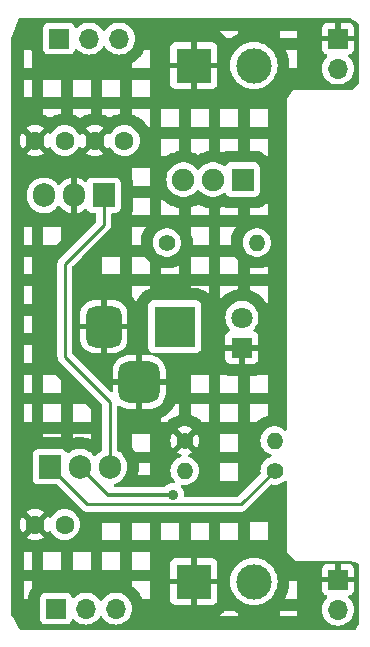
<source format=gbl>
%TF.GenerationSoftware,KiCad,Pcbnew,7.0.5-0*%
%TF.CreationDate,2023-07-08T23:53:13+02:00*%
%TF.ProjectId,Breadboard Power Supply,42726561-6462-46f6-9172-6420506f7765,rev?*%
%TF.SameCoordinates,Original*%
%TF.FileFunction,Copper,L2,Bot*%
%TF.FilePolarity,Positive*%
%FSLAX46Y46*%
G04 Gerber Fmt 4.6, Leading zero omitted, Abs format (unit mm)*
G04 Created by KiCad (PCBNEW 7.0.5-0) date 2023-07-08 23:53:13*
%MOMM*%
%LPD*%
G01*
G04 APERTURE LIST*
G04 Aperture macros list*
%AMRoundRect*
0 Rectangle with rounded corners*
0 $1 Rounding radius*
0 $2 $3 $4 $5 $6 $7 $8 $9 X,Y pos of 4 corners*
0 Add a 4 corners polygon primitive as box body*
4,1,4,$2,$3,$4,$5,$6,$7,$8,$9,$2,$3,0*
0 Add four circle primitives for the rounded corners*
1,1,$1+$1,$2,$3*
1,1,$1+$1,$4,$5*
1,1,$1+$1,$6,$7*
1,1,$1+$1,$8,$9*
0 Add four rect primitives between the rounded corners*
20,1,$1+$1,$2,$3,$4,$5,0*
20,1,$1+$1,$4,$5,$6,$7,0*
20,1,$1+$1,$6,$7,$8,$9,0*
20,1,$1+$1,$8,$9,$2,$3,0*%
G04 Aperture macros list end*
%TA.AperFunction,ComponentPad*%
%ADD10R,1.905000X2.000000*%
%TD*%
%TA.AperFunction,ComponentPad*%
%ADD11O,1.905000X2.000000*%
%TD*%
%TA.AperFunction,ComponentPad*%
%ADD12C,1.900000*%
%TD*%
%TA.AperFunction,ComponentPad*%
%ADD13R,1.900000X1.900000*%
%TD*%
%TA.AperFunction,ComponentPad*%
%ADD14C,1.400000*%
%TD*%
%TA.AperFunction,ComponentPad*%
%ADD15O,1.400000X1.400000*%
%TD*%
%TA.AperFunction,ComponentPad*%
%ADD16O,1.700000X1.700000*%
%TD*%
%TA.AperFunction,ComponentPad*%
%ADD17R,1.700000X1.700000*%
%TD*%
%TA.AperFunction,ComponentPad*%
%ADD18R,3.000000X3.000000*%
%TD*%
%TA.AperFunction,ComponentPad*%
%ADD19C,3.000000*%
%TD*%
%TA.AperFunction,ComponentPad*%
%ADD20RoundRect,0.875000X-0.875000X-0.875000X0.875000X-0.875000X0.875000X0.875000X-0.875000X0.875000X0*%
%TD*%
%TA.AperFunction,ComponentPad*%
%ADD21RoundRect,0.750000X-0.750000X-1.000000X0.750000X-1.000000X0.750000X1.000000X-0.750000X1.000000X0*%
%TD*%
%TA.AperFunction,ComponentPad*%
%ADD22R,3.500000X3.500000*%
%TD*%
%TA.AperFunction,ComponentPad*%
%ADD23C,1.800000*%
%TD*%
%TA.AperFunction,ComponentPad*%
%ADD24R,1.800000X1.800000*%
%TD*%
%TA.AperFunction,ComponentPad*%
%ADD25C,1.600000*%
%TD*%
%TA.AperFunction,ViaPad*%
%ADD26C,0.900000*%
%TD*%
%TA.AperFunction,Conductor*%
%ADD27C,0.250000*%
%TD*%
%TA.AperFunction,Conductor*%
%ADD28C,0.350000*%
%TD*%
G04 APERTURE END LIST*
D10*
%TO.P,U2,1,VI*%
%TO.N,/12V*%
X127508000Y-85923000D03*
D11*
%TO.P,U2,2,GND*%
%TO.N,GND*%
X124968000Y-85923000D03*
%TO.P,U2,3,VO*%
%TO.N,/5V*%
X122428000Y-85923000D03*
%TD*%
D10*
%TO.P,U1,1,ADJ*%
%TO.N,Net-(U1-ADJ)*%
X122936000Y-108895000D03*
D11*
%TO.P,U1,2,VO*%
%TO.N,/3.3V*%
X125476000Y-108895000D03*
%TO.P,U1,3,VI*%
%TO.N,/12V*%
X128016000Y-108895000D03*
%TD*%
D12*
%TO.P,S1,3*%
%TO.N,unconnected-(S1-Pad3)*%
X134248000Y-84582000D03*
%TO.P,S1,2*%
%TO.N,/PWR_input*%
X136748000Y-84582000D03*
D13*
%TO.P,S1,1*%
%TO.N,/12V*%
X139248000Y-84582000D03*
%TD*%
D14*
%TO.P,R3,1*%
%TO.N,GND*%
X134348000Y-106680000D03*
D15*
%TO.P,R3,2*%
%TO.N,Net-(U1-ADJ)*%
X141968000Y-106680000D03*
%TD*%
D14*
%TO.P,R2,1*%
%TO.N,Net-(U1-ADJ)*%
X141968000Y-109220000D03*
D15*
%TO.P,R2,2*%
%TO.N,/3.3V*%
X134348000Y-109220000D03*
%TD*%
%TO.P,R1,2*%
%TO.N,/12V*%
X140462000Y-89916000D03*
D14*
%TO.P,R1,1*%
%TO.N,Net-(D1-A)*%
X132842000Y-89916000D03*
%TD*%
D16*
%TO.P,J7,2,Pin_2*%
%TO.N,/PWR_OUT_TOP*%
X147320000Y-75184000D03*
D17*
%TO.P,J7,1,Pin_1*%
%TO.N,GND*%
X147320000Y-72644000D03*
%TD*%
%TO.P,J6,1,Pin_1*%
%TO.N,/3.3V*%
X123713000Y-72644000D03*
D16*
%TO.P,J6,2,Pin_2*%
%TO.N,/PWR_OUT_TOP*%
X126253000Y-72644000D03*
%TO.P,J6,3,Pin_3*%
%TO.N,/5V*%
X128793000Y-72644000D03*
%TD*%
%TO.P,J5,2,Pin_2*%
%TO.N,/PWR_OUT_BOT*%
X147320000Y-120990000D03*
D17*
%TO.P,J5,1,Pin_1*%
%TO.N,GND*%
X147320000Y-118450000D03*
%TD*%
%TO.P,J4,1,Pin_1*%
%TO.N,/3.3V*%
X123444000Y-120904000D03*
D16*
%TO.P,J4,2,Pin_2*%
%TO.N,/PWR_OUT_BOT*%
X125984000Y-120904000D03*
%TO.P,J4,3,Pin_3*%
%TO.N,/5V*%
X128524000Y-120904000D03*
%TD*%
D18*
%TO.P,J3,1,Pin_1*%
%TO.N,GND*%
X135128000Y-74930000D03*
D19*
%TO.P,J3,2,Pin_2*%
%TO.N,/PWR_OUT_TOP*%
X140208000Y-74930000D03*
%TD*%
D18*
%TO.P,J2,1,Pin_1*%
%TO.N,GND*%
X135128000Y-118618000D03*
D19*
%TO.P,J2,2,Pin_2*%
%TO.N,/PWR_OUT_BOT*%
X140208000Y-118618000D03*
%TD*%
D20*
%TO.P,J1,3*%
%TO.N,GND*%
X130508000Y-101728000D03*
D21*
%TO.P,J1,2*%
X127508000Y-97028000D03*
D22*
%TO.P,J1,1*%
%TO.N,/PWR_input*%
X133508000Y-97028000D03*
%TD*%
D23*
%TO.P,D1,2,A*%
%TO.N,Net-(D1-A)*%
X139192000Y-96271000D03*
D24*
%TO.P,D1,1,K*%
%TO.N,GND*%
X139192000Y-98811000D03*
%TD*%
D25*
%TO.P,C3,2*%
%TO.N,GND*%
X121686000Y-81280000D03*
%TO.P,C3,1*%
%TO.N,/5V*%
X124186000Y-81280000D03*
%TD*%
%TO.P,C2,1*%
%TO.N,/3.3V*%
X124186000Y-113792000D03*
%TO.P,C2,2*%
%TO.N,GND*%
X121686000Y-113792000D03*
%TD*%
%TO.P,C1,1*%
%TO.N,/12V*%
X129246000Y-81280000D03*
%TO.P,C1,2*%
%TO.N,GND*%
X126746000Y-81280000D03*
%TD*%
D26*
%TO.N,/3.3V*%
X133350000Y-111252000D03*
%TD*%
D27*
%TO.N,/12V*%
X127508000Y-85923000D02*
X127508000Y-88392000D01*
X124206000Y-91694000D02*
X124206000Y-99568000D01*
X124206000Y-99568000D02*
X128016000Y-103378000D01*
X127508000Y-88392000D02*
X124206000Y-91694000D01*
X128016000Y-103378000D02*
X128016000Y-108895000D01*
%TO.N,Net-(U1-ADJ)*%
X141968000Y-109220000D02*
X139111000Y-112077000D01*
X139111000Y-112077000D02*
X126118000Y-112077000D01*
X126118000Y-112077000D02*
X122936000Y-108895000D01*
D28*
%TO.N,/3.3V*%
X133350000Y-111252000D02*
X127833000Y-111252000D01*
X127833000Y-111252000D02*
X125476000Y-108895000D01*
%TD*%
%TA.AperFunction,Conductor*%
%TO.N,GND*%
G36*
X148365495Y-70885685D02*
G01*
X148367239Y-70886826D01*
X149042784Y-71337189D01*
X149087644Y-71390753D01*
X149098000Y-71440362D01*
X149098000Y-76402637D01*
X149078315Y-76469676D01*
X149061681Y-76490318D01*
X148626319Y-76925681D01*
X148564996Y-76959166D01*
X148538638Y-76962000D01*
X143510000Y-76962000D01*
X143002000Y-77723999D01*
X143002000Y-105717309D01*
X142982315Y-105784348D01*
X142929511Y-105830103D01*
X142860353Y-105840047D01*
X142796797Y-105811022D01*
X142794462Y-105808946D01*
X142694562Y-105717876D01*
X142694560Y-105717874D01*
X142505404Y-105600754D01*
X142505398Y-105600752D01*
X142297940Y-105520382D01*
X142079243Y-105479500D01*
X141856757Y-105479500D01*
X141638060Y-105520382D01*
X141506864Y-105571207D01*
X141430601Y-105600752D01*
X141430595Y-105600754D01*
X141241439Y-105717874D01*
X141241437Y-105717876D01*
X141077020Y-105867761D01*
X140942943Y-106045308D01*
X140942938Y-106045316D01*
X140843775Y-106244461D01*
X140843769Y-106244476D01*
X140782885Y-106458462D01*
X140782884Y-106458464D01*
X140762357Y-106679999D01*
X140762357Y-106680000D01*
X140782884Y-106901535D01*
X140782885Y-106901537D01*
X140843769Y-107115523D01*
X140843775Y-107115538D01*
X140942938Y-107314683D01*
X140942943Y-107314691D01*
X141077020Y-107492238D01*
X141241437Y-107642123D01*
X141241439Y-107642125D01*
X141430595Y-107759245D01*
X141430596Y-107759245D01*
X141430599Y-107759247D01*
X141624524Y-107834374D01*
X141679924Y-107876946D01*
X141703515Y-107942713D01*
X141687804Y-108010793D01*
X141637780Y-108059572D01*
X141624533Y-108065622D01*
X141476488Y-108122975D01*
X141430601Y-108140752D01*
X141430595Y-108140754D01*
X141241439Y-108257874D01*
X141241437Y-108257876D01*
X141077020Y-108407761D01*
X140942943Y-108585308D01*
X140942938Y-108585316D01*
X140843775Y-108784461D01*
X140843769Y-108784476D01*
X140782885Y-108998462D01*
X140782884Y-108998464D01*
X140775876Y-109074102D01*
X140762357Y-109220000D01*
X140779381Y-109403726D01*
X140782886Y-109441546D01*
X140783317Y-109443854D01*
X140783203Y-109444973D01*
X140783414Y-109447244D01*
X140782969Y-109447285D01*
X140776275Y-109513368D01*
X140749106Y-109554301D01*
X138888228Y-111415181D01*
X138826905Y-111448666D01*
X138800547Y-111451500D01*
X134422263Y-111451500D01*
X134355224Y-111431815D01*
X134309469Y-111379011D01*
X134298860Y-111315346D01*
X134300259Y-111301142D01*
X134305099Y-111252000D01*
X134286747Y-111065669D01*
X134232396Y-110886499D01*
X134144136Y-110721375D01*
X134144135Y-110721373D01*
X134051599Y-110608618D01*
X134024286Y-110544308D01*
X134036077Y-110475440D01*
X134083229Y-110423880D01*
X134150772Y-110405997D01*
X134170234Y-110408064D01*
X134236757Y-110420500D01*
X134236758Y-110420500D01*
X134459241Y-110420500D01*
X134459243Y-110420500D01*
X134677940Y-110379618D01*
X134885401Y-110299247D01*
X135074562Y-110182124D01*
X135238981Y-110032236D01*
X135373058Y-109854689D01*
X135472229Y-109655528D01*
X135533115Y-109441536D01*
X135553643Y-109220000D01*
X135533115Y-108998464D01*
X135472229Y-108784472D01*
X135467591Y-108775157D01*
X135387344Y-108614000D01*
X137382000Y-108614000D01*
X137382000Y-110116000D01*
X138776024Y-110116000D01*
X138884000Y-110008023D01*
X138884000Y-108614000D01*
X137382000Y-108614000D01*
X135387344Y-108614000D01*
X135373061Y-108585316D01*
X135373056Y-108585308D01*
X135238979Y-108407761D01*
X135074562Y-108257876D01*
X135074560Y-108257874D01*
X134885404Y-108140754D01*
X134885398Y-108140751D01*
X134755967Y-108090610D01*
X134690784Y-108065358D01*
X134635385Y-108022786D01*
X134611794Y-107957019D01*
X134627505Y-107888939D01*
X134677529Y-107840160D01*
X134690786Y-107834105D01*
X134885177Y-107758797D01*
X134885181Y-107758795D01*
X135001326Y-107686879D01*
X134348001Y-107033553D01*
X134348000Y-107033553D01*
X133694672Y-107686879D01*
X133694672Y-107686880D01*
X133810821Y-107758797D01*
X133810822Y-107758798D01*
X134005213Y-107834105D01*
X134060614Y-107876678D01*
X134084205Y-107942445D01*
X134068494Y-108010525D01*
X134018470Y-108059304D01*
X134005213Y-108065359D01*
X133810601Y-108140751D01*
X133810595Y-108140754D01*
X133621439Y-108257874D01*
X133621437Y-108257876D01*
X133457020Y-108407761D01*
X133322943Y-108585308D01*
X133322938Y-108585316D01*
X133223775Y-108784461D01*
X133223769Y-108784476D01*
X133162885Y-108998462D01*
X133162884Y-108998464D01*
X133142357Y-109219999D01*
X133142357Y-109220000D01*
X133162884Y-109441535D01*
X133162885Y-109441537D01*
X133223769Y-109655523D01*
X133223775Y-109655538D01*
X133322938Y-109854683D01*
X133322943Y-109854691D01*
X133457018Y-110032235D01*
X133519420Y-110089122D01*
X133555701Y-110148833D01*
X133553940Y-110218681D01*
X133514696Y-110276489D01*
X133450429Y-110303903D01*
X133423728Y-110304162D01*
X133350001Y-110296901D01*
X133350000Y-110296901D01*
X133163668Y-110315252D01*
X133163666Y-110315253D01*
X132984497Y-110369604D01*
X132819376Y-110457862D01*
X132819373Y-110457864D01*
X132709114Y-110548353D01*
X132644804Y-110575666D01*
X132630449Y-110576500D01*
X128474320Y-110576500D01*
X128407281Y-110556815D01*
X128361526Y-110504011D01*
X128351582Y-110434853D01*
X128380607Y-110371297D01*
X128434057Y-110335219D01*
X128497684Y-110313375D01*
X128601664Y-110277679D01*
X128813439Y-110163072D01*
X129003463Y-110015171D01*
X129166551Y-109838010D01*
X129298255Y-109636422D01*
X129323662Y-109578500D01*
X130383311Y-109578500D01*
X131384000Y-109578500D01*
X131384000Y-108614000D01*
X130456052Y-108614000D01*
X130464495Y-108715898D01*
X130464588Y-108717176D01*
X130465627Y-108733914D01*
X130465693Y-108735193D01*
X130466599Y-108757084D01*
X130466639Y-108758365D01*
X130466987Y-108775157D01*
X130467000Y-108776439D01*
X130467000Y-109013561D01*
X130466987Y-109014843D01*
X130466639Y-109031635D01*
X130466599Y-109032916D01*
X130465693Y-109054807D01*
X130465627Y-109056086D01*
X130464588Y-109072824D01*
X130464495Y-109074102D01*
X130446877Y-109286724D01*
X130446612Y-109289272D01*
X130442462Y-109322575D01*
X130442092Y-109325109D01*
X130434881Y-109368340D01*
X130434406Y-109370862D01*
X130427515Y-109403726D01*
X130426937Y-109406222D01*
X130383311Y-109578500D01*
X129323662Y-109578500D01*
X129394983Y-109415905D01*
X129454095Y-109182476D01*
X129469000Y-109002600D01*
X129469000Y-108787400D01*
X129454095Y-108607524D01*
X129394983Y-108374095D01*
X129298255Y-108153578D01*
X129166551Y-107951990D01*
X129003463Y-107774829D01*
X128869358Y-107670451D01*
X128813441Y-107626929D01*
X128813432Y-107626923D01*
X128706482Y-107569044D01*
X128656891Y-107519825D01*
X128641500Y-107459990D01*
X128641500Y-107255636D01*
X129881999Y-107255636D01*
X129915640Y-107292179D01*
X129917336Y-107294100D01*
X129939025Y-107319707D01*
X129940641Y-107321697D01*
X129967562Y-107356284D01*
X129969093Y-107358337D01*
X129988607Y-107385667D01*
X129990054Y-107387785D01*
X130139154Y-107616000D01*
X131384000Y-107616000D01*
X131384000Y-106680000D01*
X133142859Y-106680000D01*
X133163378Y-106901439D01*
X133224240Y-107115350D01*
X133323369Y-107314428D01*
X133339137Y-107335308D01*
X133339138Y-107335308D01*
X133965145Y-106709302D01*
X133994372Y-106709302D01*
X134023047Y-106822538D01*
X134086936Y-106920327D01*
X134179115Y-106992072D01*
X134289595Y-107030000D01*
X134377005Y-107030000D01*
X134463216Y-107015614D01*
X134565947Y-106960019D01*
X134645060Y-106874079D01*
X134691982Y-106767108D01*
X134699200Y-106680000D01*
X134701553Y-106680000D01*
X135356861Y-107335308D01*
X135372631Y-107314425D01*
X135372633Y-107314422D01*
X135471759Y-107115350D01*
X135532621Y-106901439D01*
X135553141Y-106680000D01*
X135553141Y-106679999D01*
X135532621Y-106458560D01*
X135471759Y-106244649D01*
X135406704Y-106114000D01*
X137382000Y-106114000D01*
X137382000Y-107616000D01*
X138884000Y-107616000D01*
X138884000Y-106114000D01*
X137382000Y-106114000D01*
X135406704Y-106114000D01*
X135372635Y-106045580D01*
X135372630Y-106045572D01*
X135356860Y-106024690D01*
X134701553Y-106679999D01*
X134701553Y-106680000D01*
X134699200Y-106680000D01*
X134701628Y-106650698D01*
X134672953Y-106537462D01*
X134609064Y-106439673D01*
X134516885Y-106367928D01*
X134406405Y-106330000D01*
X134318995Y-106330000D01*
X134232784Y-106344386D01*
X134130053Y-106399981D01*
X134050940Y-106485921D01*
X134004018Y-106592892D01*
X133994372Y-106709302D01*
X133965145Y-106709302D01*
X133994447Y-106680000D01*
X133339138Y-106024691D01*
X133339137Y-106024691D01*
X133323368Y-106045574D01*
X133224240Y-106244649D01*
X133163378Y-106458560D01*
X133142859Y-106679999D01*
X133142859Y-106680000D01*
X131384000Y-106680000D01*
X131384000Y-106114000D01*
X129882000Y-106114000D01*
X129881999Y-107255636D01*
X128641500Y-107255636D01*
X128641500Y-105673119D01*
X133694671Y-105673119D01*
X134348000Y-106326447D01*
X134348001Y-106326447D01*
X135001327Y-105673119D01*
X134885178Y-105601202D01*
X134885177Y-105601201D01*
X134677804Y-105520865D01*
X134459193Y-105480000D01*
X134236807Y-105480000D01*
X134018195Y-105520865D01*
X133810824Y-105601200D01*
X133810823Y-105601201D01*
X133694671Y-105673119D01*
X128641500Y-105673119D01*
X128641500Y-105116000D01*
X132382000Y-105116000D01*
X132849962Y-105116000D01*
X132932823Y-104985566D01*
X132972211Y-104946630D01*
X133306259Y-104739797D01*
X133308726Y-104738347D01*
X133341486Y-104720098D01*
X133344020Y-104718762D01*
X133387870Y-104696924D01*
X133390466Y-104695706D01*
X133424807Y-104680542D01*
X133427454Y-104679446D01*
X133680529Y-104581404D01*
X133683225Y-104580430D01*
X133718825Y-104568500D01*
X133721564Y-104567652D01*
X133768681Y-104554249D01*
X133771453Y-104553529D01*
X133807953Y-104544946D01*
X133810753Y-104544355D01*
X133884000Y-104530662D01*
X133884000Y-103614000D01*
X134882000Y-103614000D01*
X134882000Y-104543748D01*
X134885247Y-104544355D01*
X134888047Y-104544946D01*
X134924547Y-104553529D01*
X134927319Y-104554249D01*
X134974436Y-104567652D01*
X134977175Y-104568500D01*
X135012775Y-104580430D01*
X135015471Y-104581404D01*
X135268539Y-104679443D01*
X135271185Y-104680539D01*
X135305513Y-104695696D01*
X135308108Y-104696915D01*
X135351959Y-104718751D01*
X135354491Y-104720086D01*
X135387268Y-104738343D01*
X135389738Y-104739794D01*
X135723790Y-104946632D01*
X135763178Y-104985568D01*
X135846037Y-105116000D01*
X136384000Y-105116000D01*
X136384000Y-103614000D01*
X137382000Y-103614000D01*
X137382000Y-105116000D01*
X138884000Y-105116000D01*
X138884000Y-103614000D01*
X139882000Y-103614000D01*
X139882000Y-105116000D01*
X140420284Y-105116000D01*
X140587187Y-104963847D01*
X140589349Y-104961966D01*
X140618210Y-104938000D01*
X140620454Y-104936223D01*
X140659545Y-104906701D01*
X140661871Y-104905028D01*
X140692832Y-104883819D01*
X140695232Y-104882254D01*
X140926038Y-104739346D01*
X140928506Y-104737896D01*
X140961266Y-104719648D01*
X140963799Y-104718313D01*
X141007648Y-104696476D01*
X141010242Y-104695258D01*
X141044585Y-104680093D01*
X141047233Y-104678996D01*
X141300378Y-104580928D01*
X141303071Y-104579956D01*
X141338637Y-104568035D01*
X141341374Y-104567187D01*
X141384000Y-104555058D01*
X141384000Y-103614000D01*
X139882000Y-103614000D01*
X138884000Y-103614000D01*
X137382000Y-103614000D01*
X136384000Y-103614000D01*
X134882000Y-103614000D01*
X133884000Y-103614000D01*
X133535412Y-103614000D01*
X133518891Y-103648574D01*
X133517706Y-103650924D01*
X133501535Y-103681370D01*
X133500252Y-103683667D01*
X133359012Y-103924355D01*
X133357631Y-103926597D01*
X133338938Y-103955560D01*
X133337465Y-103957739D01*
X133311474Y-103994489D01*
X133309908Y-103996606D01*
X133288820Y-104023888D01*
X133287167Y-104025936D01*
X133107278Y-104239297D01*
X133105538Y-104241273D01*
X133082215Y-104266666D01*
X133080394Y-104268566D01*
X133048566Y-104300394D01*
X133046666Y-104302215D01*
X133021273Y-104325538D01*
X133019297Y-104327278D01*
X132805936Y-104507167D01*
X132803888Y-104508820D01*
X132776606Y-104529908D01*
X132774489Y-104531474D01*
X132737739Y-104557465D01*
X132735560Y-104558938D01*
X132706597Y-104577631D01*
X132704355Y-104579012D01*
X132463667Y-104720252D01*
X132461370Y-104721535D01*
X132430924Y-104737706D01*
X132428574Y-104738891D01*
X132387959Y-104758299D01*
X132385559Y-104759384D01*
X132382000Y-104760902D01*
X132382000Y-105116000D01*
X128641500Y-105116000D01*
X128641500Y-103831565D01*
X128661185Y-103764526D01*
X128713989Y-103718771D01*
X128783147Y-103708827D01*
X128831067Y-103727926D01*
X128831615Y-103726994D01*
X129038024Y-103848120D01*
X129257012Y-103930762D01*
X129486809Y-103975205D01*
X129539382Y-103977998D01*
X129539421Y-103977999D01*
X130257999Y-103977999D01*
X130258000Y-103977998D01*
X130258000Y-102228000D01*
X130758000Y-102228000D01*
X130758000Y-103977999D01*
X131476576Y-103977999D01*
X131476588Y-103977998D01*
X131529191Y-103975205D01*
X131758987Y-103930762D01*
X131977975Y-103848120D01*
X132179841Y-103729660D01*
X132179848Y-103729655D01*
X132358786Y-103578788D01*
X132358788Y-103578786D01*
X132509655Y-103399848D01*
X132509660Y-103399841D01*
X132628120Y-103197975D01*
X132710762Y-102978987D01*
X132755205Y-102749191D01*
X132755205Y-102749190D01*
X132757998Y-102696617D01*
X132758000Y-102696578D01*
X132758000Y-101978000D01*
X131941686Y-101978000D01*
X131967493Y-101937844D01*
X132008000Y-101799889D01*
X132008000Y-101656111D01*
X131967493Y-101518156D01*
X131941686Y-101478000D01*
X132757999Y-101478000D01*
X132757999Y-101114000D01*
X134882000Y-101114000D01*
X134882000Y-102616000D01*
X136384000Y-102616000D01*
X136384000Y-101114000D01*
X137382000Y-101114000D01*
X137382000Y-102616000D01*
X138884000Y-102616000D01*
X139882000Y-102616000D01*
X141384000Y-102616000D01*
X141384000Y-101114000D01*
X140616978Y-101114000D01*
X140517089Y-101151256D01*
X140513418Y-101152496D01*
X140464841Y-101167231D01*
X140461098Y-101168239D01*
X140396617Y-101183473D01*
X140392824Y-101184245D01*
X140342830Y-101192804D01*
X140338994Y-101193338D01*
X140232390Y-101204800D01*
X140230734Y-101204956D01*
X140209028Y-101206702D01*
X140207371Y-101206813D01*
X140179027Y-101208331D01*
X140177369Y-101208398D01*
X140155663Y-101208978D01*
X140154006Y-101209000D01*
X139882000Y-101209000D01*
X139882000Y-102616000D01*
X138884000Y-102616000D01*
X138884000Y-101209000D01*
X138229994Y-101209000D01*
X138228337Y-101208978D01*
X138206631Y-101208398D01*
X138204973Y-101208331D01*
X138176629Y-101206813D01*
X138174972Y-101206702D01*
X138153266Y-101204956D01*
X138151610Y-101204800D01*
X138045006Y-101193338D01*
X138041170Y-101192804D01*
X137991176Y-101184245D01*
X137987383Y-101183473D01*
X137922902Y-101168239D01*
X137919159Y-101167231D01*
X137870582Y-101152496D01*
X137866911Y-101151256D01*
X137767022Y-101114000D01*
X137382000Y-101114000D01*
X136384000Y-101114000D01*
X134882000Y-101114000D01*
X132757999Y-101114000D01*
X132757999Y-100759423D01*
X132757998Y-100759411D01*
X132755205Y-100706808D01*
X132710762Y-100477012D01*
X132628120Y-100258024D01*
X132509660Y-100056158D01*
X132509655Y-100056151D01*
X132358788Y-99877213D01*
X132358786Y-99877211D01*
X132179848Y-99726344D01*
X132179841Y-99726339D01*
X131977975Y-99607879D01*
X131758984Y-99525236D01*
X131753840Y-99524241D01*
X131691760Y-99492180D01*
X131656869Y-99431646D01*
X131660244Y-99361858D01*
X131700814Y-99304973D01*
X131765697Y-99279052D01*
X131777374Y-99278499D01*
X135305872Y-99278499D01*
X135365483Y-99272091D01*
X135500331Y-99221796D01*
X135615546Y-99135546D01*
X135701796Y-99020331D01*
X135752091Y-98885483D01*
X135758500Y-98825873D01*
X135758499Y-96271006D01*
X137786700Y-96271006D01*
X137805864Y-96502297D01*
X137805866Y-96502308D01*
X137862842Y-96727300D01*
X137956075Y-96939848D01*
X138083018Y-97134150D01*
X138178167Y-97237510D01*
X138209089Y-97300164D01*
X138201228Y-97369590D01*
X138157081Y-97423746D01*
X138130271Y-97437674D01*
X138049911Y-97467646D01*
X138049906Y-97467649D01*
X137934812Y-97553809D01*
X137934809Y-97553812D01*
X137848649Y-97668906D01*
X137848645Y-97668913D01*
X137798403Y-97803620D01*
X137798401Y-97803627D01*
X137792000Y-97863155D01*
X137792000Y-98561000D01*
X138816722Y-98561000D01*
X138768375Y-98644740D01*
X138738190Y-98776992D01*
X138748327Y-98912265D01*
X138797887Y-99038541D01*
X138815797Y-99061000D01*
X137792000Y-99061000D01*
X137792000Y-99758844D01*
X137798401Y-99818372D01*
X137798403Y-99818379D01*
X137848645Y-99953086D01*
X137848649Y-99953093D01*
X137934809Y-100068187D01*
X137934812Y-100068190D01*
X138049906Y-100154350D01*
X138049913Y-100154354D01*
X138184620Y-100204596D01*
X138184627Y-100204598D01*
X138244155Y-100210999D01*
X138244172Y-100211000D01*
X138942000Y-100211000D01*
X138942000Y-99185189D01*
X138994547Y-99221016D01*
X139124173Y-99261000D01*
X139225724Y-99261000D01*
X139326138Y-99245865D01*
X139442000Y-99190068D01*
X139442000Y-100211000D01*
X140139828Y-100211000D01*
X140139844Y-100210999D01*
X140199372Y-100204598D01*
X140199379Y-100204596D01*
X140334086Y-100154354D01*
X140334093Y-100154350D01*
X140449187Y-100068190D01*
X140449190Y-100068187D01*
X140535350Y-99953093D01*
X140535354Y-99953086D01*
X140585596Y-99818379D01*
X140585598Y-99818372D01*
X140591999Y-99758844D01*
X140592000Y-99758827D01*
X140592000Y-99061000D01*
X139567278Y-99061000D01*
X139615625Y-98977260D01*
X139645810Y-98845008D01*
X139635673Y-98709735D01*
X139586113Y-98583459D01*
X139568203Y-98561000D01*
X140592000Y-98561000D01*
X140592000Y-97863172D01*
X140591999Y-97863155D01*
X140585598Y-97803627D01*
X140585596Y-97803620D01*
X140535354Y-97668913D01*
X140535350Y-97668906D01*
X140449190Y-97553812D01*
X140449187Y-97553809D01*
X140334093Y-97467649D01*
X140334086Y-97467645D01*
X140253729Y-97437674D01*
X140197795Y-97395803D01*
X140173378Y-97330338D01*
X140188230Y-97262065D01*
X140205826Y-97237516D01*
X140300979Y-97134153D01*
X140427924Y-96939849D01*
X140521157Y-96727300D01*
X140578134Y-96502305D01*
X140597300Y-96271000D01*
X140597300Y-96270993D01*
X140578135Y-96039702D01*
X140578133Y-96039691D01*
X140521157Y-95814699D01*
X140427924Y-95602151D01*
X140300983Y-95407852D01*
X140300980Y-95407849D01*
X140300979Y-95407847D01*
X140143784Y-95237087D01*
X140143779Y-95237083D01*
X140143777Y-95237081D01*
X139960634Y-95094535D01*
X139960628Y-95094531D01*
X139756504Y-94984064D01*
X139756495Y-94984061D01*
X139536984Y-94908702D01*
X139365281Y-94880050D01*
X139308049Y-94870500D01*
X139075951Y-94870500D01*
X139030164Y-94878140D01*
X138847015Y-94908702D01*
X138627504Y-94984061D01*
X138627495Y-94984064D01*
X138423371Y-95094531D01*
X138423365Y-95094535D01*
X138240222Y-95237081D01*
X138240219Y-95237084D01*
X138083016Y-95407852D01*
X137956075Y-95602151D01*
X137862842Y-95814699D01*
X137805866Y-96039691D01*
X137805864Y-96039702D01*
X137786700Y-96270993D01*
X137786700Y-96271006D01*
X135758499Y-96271006D01*
X135758499Y-95230128D01*
X135752091Y-95170517D01*
X135731757Y-95116000D01*
X135701797Y-95035671D01*
X135701793Y-95035664D01*
X135615547Y-94920455D01*
X135615544Y-94920452D01*
X135500335Y-94834206D01*
X135500328Y-94834202D01*
X135365482Y-94783908D01*
X135365483Y-94783908D01*
X135305883Y-94777501D01*
X135305881Y-94777500D01*
X135305873Y-94777500D01*
X135305864Y-94777500D01*
X131710129Y-94777500D01*
X131710123Y-94777501D01*
X131650516Y-94783908D01*
X131515671Y-94834202D01*
X131515664Y-94834206D01*
X131400455Y-94920452D01*
X131400452Y-94920455D01*
X131314206Y-95035664D01*
X131314202Y-95035671D01*
X131263908Y-95170517D01*
X131257501Y-95230116D01*
X131257501Y-95230123D01*
X131257500Y-95230135D01*
X131257500Y-98825870D01*
X131257501Y-98825876D01*
X131263908Y-98885483D01*
X131314202Y-99020328D01*
X131314206Y-99020335D01*
X131400452Y-99135544D01*
X131400455Y-99135547D01*
X131515664Y-99221793D01*
X131515673Y-99221798D01*
X131564506Y-99240011D01*
X131620440Y-99281881D01*
X131644858Y-99347345D01*
X131630007Y-99415618D01*
X131580603Y-99465024D01*
X131514598Y-99480018D01*
X131476625Y-99478001D01*
X131476579Y-99478000D01*
X130758000Y-99478000D01*
X130758000Y-101228000D01*
X130258000Y-101228000D01*
X130258000Y-99478000D01*
X129539423Y-99478000D01*
X129539411Y-99478001D01*
X129486808Y-99480794D01*
X129257012Y-99525237D01*
X129038024Y-99607879D01*
X128836158Y-99726339D01*
X128836151Y-99726344D01*
X128657213Y-99877211D01*
X128657211Y-99877213D01*
X128506344Y-100056151D01*
X128506339Y-100056158D01*
X128387879Y-100258024D01*
X128305237Y-100477012D01*
X128260794Y-100706808D01*
X128260794Y-100706809D01*
X128258001Y-100759382D01*
X128258000Y-100759421D01*
X128258000Y-101478000D01*
X129074314Y-101478000D01*
X129048507Y-101518156D01*
X129008000Y-101656111D01*
X129008000Y-101799889D01*
X129048507Y-101937844D01*
X129074314Y-101978000D01*
X128258001Y-101978000D01*
X128258001Y-102436048D01*
X128238316Y-102503087D01*
X128185512Y-102548842D01*
X128116354Y-102558786D01*
X128052798Y-102529761D01*
X128046320Y-102523729D01*
X124867819Y-99345228D01*
X124834334Y-99283905D01*
X124831500Y-99257547D01*
X124831500Y-96778000D01*
X125508000Y-96778000D01*
X127008000Y-96778000D01*
X127008000Y-97278000D01*
X125508001Y-97278000D01*
X125508001Y-98092197D01*
X125518400Y-98224332D01*
X125573377Y-98442519D01*
X125666428Y-98647374D01*
X125666431Y-98647380D01*
X125794559Y-98832323D01*
X125794569Y-98832335D01*
X125953664Y-98991430D01*
X125953676Y-98991440D01*
X126138619Y-99119568D01*
X126138625Y-99119571D01*
X126343480Y-99212622D01*
X126561667Y-99267599D01*
X126693810Y-99277999D01*
X127257999Y-99277999D01*
X127257999Y-99277998D01*
X127257999Y-98461686D01*
X127298156Y-98487493D01*
X127436111Y-98528000D01*
X127579889Y-98528000D01*
X127717844Y-98487493D01*
X127758000Y-98461686D01*
X127758000Y-99277999D01*
X128322182Y-99277999D01*
X128322197Y-99277998D01*
X128454332Y-99267599D01*
X128672519Y-99212622D01*
X128877374Y-99119571D01*
X128877380Y-99119568D01*
X129062323Y-98991440D01*
X129062335Y-98991430D01*
X129221430Y-98832335D01*
X129221440Y-98832323D01*
X129349568Y-98647380D01*
X129349571Y-98647374D01*
X129442622Y-98442519D01*
X129497599Y-98224332D01*
X129507999Y-98092196D01*
X129508000Y-98092184D01*
X129508000Y-97278000D01*
X128008000Y-97278000D01*
X128008000Y-96778000D01*
X129507999Y-96778000D01*
X129507999Y-95963817D01*
X129507998Y-95963802D01*
X129497599Y-95831667D01*
X129442622Y-95613480D01*
X129349571Y-95408625D01*
X129349568Y-95408619D01*
X129221440Y-95223676D01*
X129221430Y-95223664D01*
X129062335Y-95064569D01*
X129062323Y-95064559D01*
X128877380Y-94936431D01*
X128877374Y-94936428D01*
X128672519Y-94843377D01*
X128454332Y-94788400D01*
X128322196Y-94778000D01*
X127758000Y-94778000D01*
X127758000Y-95594313D01*
X127717844Y-95568507D01*
X127579889Y-95528000D01*
X127436111Y-95528000D01*
X127298156Y-95568507D01*
X127258000Y-95594313D01*
X127258000Y-94778000D01*
X126693817Y-94778000D01*
X126693802Y-94778001D01*
X126561667Y-94788400D01*
X126343480Y-94843377D01*
X126138625Y-94936428D01*
X126138619Y-94936431D01*
X125953676Y-95064559D01*
X125953664Y-95064569D01*
X125794569Y-95223664D01*
X125794559Y-95223676D01*
X125666431Y-95408619D01*
X125666428Y-95408625D01*
X125573377Y-95613480D01*
X125518400Y-95831667D01*
X125508000Y-95963803D01*
X125508000Y-96778000D01*
X124831500Y-96778000D01*
X124831500Y-95646239D01*
X124831500Y-93614000D01*
X129882000Y-93614000D01*
X129882000Y-94472850D01*
X129943942Y-94534792D01*
X129945864Y-94536801D01*
X129970441Y-94563688D01*
X129972271Y-94565782D01*
X130002770Y-94602310D01*
X130004506Y-94604487D01*
X130026601Y-94633504D01*
X130028238Y-94635757D01*
X130183480Y-94859837D01*
X130185012Y-94862159D01*
X130204404Y-94893020D01*
X130205832Y-94895410D01*
X130229314Y-94936796D01*
X130230632Y-94939244D01*
X130247179Y-94971718D01*
X130248386Y-94974226D01*
X130274969Y-95032751D01*
X130275169Y-95030900D01*
X130275702Y-95027065D01*
X130284263Y-94977062D01*
X130285036Y-94973266D01*
X130300271Y-94908785D01*
X130301279Y-94905045D01*
X130316012Y-94856474D01*
X130317252Y-94852804D01*
X130392361Y-94651424D01*
X130394055Y-94647333D01*
X130418153Y-94594568D01*
X130420134Y-94590609D01*
X130456433Y-94524133D01*
X130458693Y-94520325D01*
X130490050Y-94471534D01*
X130492575Y-94467897D01*
X130624212Y-94292055D01*
X130626989Y-94288608D01*
X130664968Y-94244778D01*
X130667985Y-94241537D01*
X130721537Y-94187985D01*
X130724778Y-94184968D01*
X130768608Y-94146989D01*
X130772055Y-94144212D01*
X130947897Y-94012575D01*
X130951534Y-94010050D01*
X131000325Y-93978693D01*
X131004133Y-93976433D01*
X131070609Y-93940134D01*
X131074568Y-93938153D01*
X131127333Y-93914055D01*
X131131424Y-93912361D01*
X131332797Y-93837254D01*
X131336467Y-93836014D01*
X131384000Y-93821595D01*
X131384000Y-93614000D01*
X134882000Y-93614000D01*
X134882000Y-93779500D01*
X135320079Y-93779500D01*
X135321741Y-93779522D01*
X135343504Y-93780106D01*
X135345165Y-93780173D01*
X135373508Y-93781694D01*
X135375163Y-93781805D01*
X135396809Y-93783548D01*
X135398460Y-93783703D01*
X135505100Y-93795169D01*
X135508935Y-93795702D01*
X135558938Y-93804263D01*
X135562734Y-93805036D01*
X135627215Y-93820271D01*
X135630955Y-93821279D01*
X135679526Y-93836012D01*
X135683196Y-93837252D01*
X135884576Y-93912361D01*
X135888667Y-93914055D01*
X135941432Y-93938153D01*
X135945391Y-93940134D01*
X136011867Y-93976433D01*
X136015675Y-93978693D01*
X136064466Y-94010050D01*
X136068103Y-94012575D01*
X136243945Y-94144212D01*
X136247392Y-94146989D01*
X136291222Y-94184968D01*
X136294463Y-94187985D01*
X136348015Y-94241537D01*
X136351032Y-94244778D01*
X136384000Y-94282825D01*
X136384000Y-93614000D01*
X137382000Y-93614000D01*
X137382000Y-94695821D01*
X137520799Y-94545044D01*
X137522573Y-94543196D01*
X137546303Y-94519465D01*
X137548152Y-94517690D01*
X137580396Y-94488006D01*
X137582317Y-94486309D01*
X137607944Y-94464604D01*
X137609934Y-94462988D01*
X137827685Y-94293505D01*
X137829740Y-94291973D01*
X137857066Y-94272463D01*
X137859183Y-94271017D01*
X137895874Y-94247047D01*
X137898047Y-94245691D01*
X137926880Y-94228510D01*
X137929108Y-94227244D01*
X138171775Y-94095918D01*
X138174054Y-94094745D01*
X138204219Y-94079998D01*
X138206547Y-94078920D01*
X138246681Y-94061316D01*
X138249047Y-94060337D01*
X138280314Y-94048135D01*
X138282722Y-94047253D01*
X138543697Y-93957660D01*
X138546139Y-93956877D01*
X138578320Y-93947297D01*
X138580792Y-93946616D01*
X138623279Y-93935858D01*
X138625774Y-93935281D01*
X138658623Y-93928393D01*
X138661142Y-93927919D01*
X138884000Y-93890730D01*
X138884000Y-93614000D01*
X139882000Y-93614000D01*
X139882000Y-93971974D01*
X140101278Y-94047253D01*
X140103686Y-94048135D01*
X140134953Y-94060337D01*
X140137319Y-94061316D01*
X140177453Y-94078920D01*
X140179781Y-94079998D01*
X140209946Y-94094745D01*
X140212225Y-94095918D01*
X140454892Y-94227244D01*
X140457120Y-94228510D01*
X140485953Y-94245691D01*
X140488126Y-94247047D01*
X140524817Y-94271017D01*
X140526934Y-94272463D01*
X140554260Y-94291973D01*
X140556315Y-94293505D01*
X140774066Y-94462988D01*
X140776056Y-94464604D01*
X140801683Y-94486309D01*
X140803604Y-94488006D01*
X140835848Y-94517690D01*
X140837697Y-94519465D01*
X140861427Y-94543196D01*
X140863201Y-94545044D01*
X141050062Y-94748031D01*
X141051756Y-94749950D01*
X141073429Y-94775536D01*
X141075043Y-94777524D01*
X141101966Y-94812107D01*
X141103500Y-94814165D01*
X141123029Y-94841515D01*
X141124476Y-94843633D01*
X141275401Y-95074641D01*
X141276758Y-95076814D01*
X141293941Y-95105650D01*
X141295208Y-95107880D01*
X141299602Y-95116000D01*
X141384000Y-95116000D01*
X141384000Y-93614000D01*
X139882000Y-93614000D01*
X138884000Y-93614000D01*
X137382000Y-93614000D01*
X136384000Y-93614000D01*
X134882000Y-93614000D01*
X131384000Y-93614000D01*
X129882000Y-93614000D01*
X124831500Y-93614000D01*
X124831500Y-92004448D01*
X124851184Y-91937413D01*
X124867813Y-91916776D01*
X125670589Y-91114000D01*
X127382000Y-91114000D01*
X127382000Y-92616000D01*
X128884000Y-92616000D01*
X128884000Y-91114000D01*
X129882000Y-91114000D01*
X129882000Y-92616000D01*
X131384000Y-92616000D01*
X132382000Y-92616000D01*
X133884000Y-92616000D01*
X133884000Y-91856630D01*
X133883962Y-91856654D01*
X133881494Y-91858104D01*
X133848734Y-91876352D01*
X133846201Y-91877687D01*
X133802352Y-91899524D01*
X133799758Y-91900742D01*
X133765415Y-91915907D01*
X133762767Y-91917004D01*
X133509622Y-92015072D01*
X133506929Y-92016044D01*
X133471363Y-92027965D01*
X133468626Y-92028813D01*
X133421511Y-92042219D01*
X133418740Y-92042939D01*
X133382209Y-92051532D01*
X133379405Y-92052123D01*
X133112552Y-92102007D01*
X133109725Y-92102468D01*
X133072565Y-92107652D01*
X133069720Y-92107982D01*
X133020942Y-92112502D01*
X133018085Y-92112700D01*
X132980602Y-92114434D01*
X132977738Y-92114500D01*
X132706262Y-92114500D01*
X132703398Y-92114434D01*
X132665915Y-92112700D01*
X132663058Y-92112502D01*
X132614280Y-92107982D01*
X132611435Y-92107652D01*
X132574275Y-92102468D01*
X132571448Y-92102007D01*
X132382000Y-92066592D01*
X132382000Y-92616000D01*
X131384000Y-92616000D01*
X131384000Y-91561787D01*
X131260568Y-91449264D01*
X131258496Y-91447286D01*
X131231963Y-91420752D01*
X131229984Y-91418680D01*
X131196983Y-91382479D01*
X131195103Y-91380318D01*
X131171135Y-91351455D01*
X131169357Y-91349210D01*
X131005763Y-91132576D01*
X131004090Y-91130251D01*
X130992958Y-91114000D01*
X129882000Y-91114000D01*
X128884000Y-91114000D01*
X127382000Y-91114000D01*
X125670589Y-91114000D01*
X127891788Y-88892801D01*
X127904042Y-88882986D01*
X127903859Y-88882764D01*
X127909868Y-88877791D01*
X127909877Y-88877786D01*
X127956607Y-88828022D01*
X127957846Y-88826743D01*
X127978120Y-88806471D01*
X127982379Y-88800978D01*
X127986152Y-88796561D01*
X128018062Y-88762582D01*
X128027713Y-88745024D01*
X128038396Y-88728761D01*
X128050673Y-88712936D01*
X128069185Y-88670153D01*
X128071738Y-88664941D01*
X128094197Y-88624092D01*
X128096788Y-88614000D01*
X129882000Y-88614000D01*
X129882000Y-90116000D01*
X130652614Y-90116000D01*
X130640354Y-89983694D01*
X130640155Y-89980835D01*
X130638423Y-89943356D01*
X130638357Y-89940493D01*
X130638357Y-89916000D01*
X131636357Y-89916000D01*
X131656884Y-90137535D01*
X131656885Y-90137537D01*
X131717769Y-90351523D01*
X131717775Y-90351538D01*
X131816938Y-90550683D01*
X131816943Y-90550691D01*
X131951020Y-90728238D01*
X132115437Y-90878123D01*
X132115439Y-90878125D01*
X132304595Y-90995245D01*
X132304596Y-90995245D01*
X132304599Y-90995247D01*
X132512060Y-91075618D01*
X132730757Y-91116500D01*
X132730759Y-91116500D01*
X132953241Y-91116500D01*
X132953243Y-91116500D01*
X132966617Y-91114000D01*
X134882000Y-91114000D01*
X134882000Y-92616000D01*
X136384000Y-92616000D01*
X136384000Y-91114000D01*
X137382000Y-91114000D01*
X137382000Y-92616000D01*
X138884000Y-92616000D01*
X139882000Y-92616000D01*
X141384000Y-92616000D01*
X141384000Y-91916493D01*
X141382767Y-91917004D01*
X141129622Y-92015072D01*
X141126929Y-92016044D01*
X141091363Y-92027965D01*
X141088626Y-92028813D01*
X141041511Y-92042219D01*
X141038740Y-92042939D01*
X141002209Y-92051532D01*
X140999405Y-92052123D01*
X140732552Y-92102007D01*
X140729725Y-92102468D01*
X140692565Y-92107652D01*
X140689720Y-92107982D01*
X140640942Y-92112502D01*
X140638085Y-92112700D01*
X140600602Y-92114434D01*
X140597738Y-92114500D01*
X140326262Y-92114500D01*
X140323398Y-92114434D01*
X140285915Y-92112700D01*
X140283058Y-92112502D01*
X140234280Y-92107982D01*
X140231435Y-92107652D01*
X140194275Y-92102468D01*
X140191448Y-92102007D01*
X139924595Y-92052123D01*
X139921791Y-92051532D01*
X139885260Y-92042939D01*
X139882489Y-92042219D01*
X139882000Y-92042079D01*
X139882000Y-92616000D01*
X138884000Y-92616000D01*
X138884000Y-91452391D01*
X138880569Y-91449264D01*
X138878497Y-91447286D01*
X138851963Y-91420752D01*
X138849984Y-91418680D01*
X138816983Y-91382479D01*
X138815103Y-91380318D01*
X138791135Y-91351455D01*
X138789357Y-91349210D01*
X138625763Y-91132576D01*
X138624090Y-91130251D01*
X138612958Y-91114000D01*
X137382000Y-91114000D01*
X136384000Y-91114000D01*
X134882000Y-91114000D01*
X132966617Y-91114000D01*
X133171940Y-91075618D01*
X133379401Y-90995247D01*
X133568562Y-90878124D01*
X133732981Y-90728236D01*
X133867058Y-90550689D01*
X133966229Y-90351528D01*
X134027115Y-90137536D01*
X134047643Y-89916000D01*
X134045373Y-89891507D01*
X134027115Y-89694464D01*
X134027114Y-89694462D01*
X133993974Y-89577988D01*
X133966229Y-89480472D01*
X133948517Y-89444901D01*
X133867061Y-89281316D01*
X133867056Y-89281308D01*
X133732979Y-89103761D01*
X133568562Y-88953876D01*
X133568560Y-88953874D01*
X133379404Y-88836754D01*
X133379398Y-88836752D01*
X133171940Y-88756382D01*
X132953243Y-88715500D01*
X132730757Y-88715500D01*
X132512060Y-88756382D01*
X132408380Y-88796548D01*
X132304601Y-88836752D01*
X132304595Y-88836754D01*
X132115439Y-88953874D01*
X132115437Y-88953876D01*
X131951020Y-89103761D01*
X131816943Y-89281308D01*
X131816938Y-89281316D01*
X131717775Y-89480461D01*
X131717769Y-89480476D01*
X131656885Y-89694462D01*
X131656884Y-89694464D01*
X131636357Y-89915999D01*
X131636357Y-89916000D01*
X130638357Y-89916000D01*
X130638357Y-89891507D01*
X130638423Y-89888644D01*
X130640155Y-89851165D01*
X130640354Y-89848306D01*
X130665403Y-89577988D01*
X130665733Y-89575143D01*
X130670918Y-89537972D01*
X130671380Y-89535143D01*
X130680382Y-89486991D01*
X130680973Y-89484189D01*
X130689562Y-89447673D01*
X130690282Y-89444901D01*
X130764567Y-89183815D01*
X130765414Y-89181080D01*
X130777326Y-89145539D01*
X130778297Y-89142849D01*
X130795988Y-89097169D01*
X130797085Y-89094520D01*
X130812254Y-89060161D01*
X130813473Y-89057565D01*
X130934489Y-88814533D01*
X130935825Y-88811998D01*
X130954088Y-88779212D01*
X130955539Y-88776742D01*
X130981327Y-88735095D01*
X130982891Y-88732695D01*
X131004090Y-88701749D01*
X131005763Y-88699424D01*
X131070272Y-88614000D01*
X134882000Y-88614000D01*
X134882000Y-89083386D01*
X134886915Y-89094520D01*
X134888012Y-89097169D01*
X134905703Y-89142849D01*
X134906674Y-89145539D01*
X134918586Y-89181080D01*
X134919433Y-89183815D01*
X134993718Y-89444901D01*
X134994438Y-89447673D01*
X135003027Y-89484189D01*
X135003618Y-89486991D01*
X135012620Y-89535143D01*
X135013082Y-89537972D01*
X135018267Y-89575143D01*
X135018597Y-89577988D01*
X135043646Y-89848306D01*
X135043845Y-89851165D01*
X135045577Y-89888644D01*
X135045643Y-89891507D01*
X135045643Y-89940493D01*
X135045577Y-89943356D01*
X135043845Y-89980835D01*
X135043646Y-89983694D01*
X135031386Y-90116000D01*
X136384000Y-90116000D01*
X136384000Y-88614000D01*
X137382000Y-88614000D01*
X137382000Y-90116000D01*
X138272614Y-90116000D01*
X138260354Y-89983694D01*
X138260155Y-89980835D01*
X138258423Y-89943356D01*
X138258357Y-89940493D01*
X138258357Y-89916000D01*
X139256357Y-89916000D01*
X139276884Y-90137535D01*
X139276885Y-90137537D01*
X139337769Y-90351523D01*
X139337775Y-90351538D01*
X139436938Y-90550683D01*
X139436943Y-90550691D01*
X139571020Y-90728238D01*
X139735437Y-90878123D01*
X139735439Y-90878125D01*
X139924595Y-90995245D01*
X139924596Y-90995245D01*
X139924599Y-90995247D01*
X140132060Y-91075618D01*
X140350757Y-91116500D01*
X140350759Y-91116500D01*
X140573241Y-91116500D01*
X140573243Y-91116500D01*
X140791940Y-91075618D01*
X140999401Y-90995247D01*
X141188562Y-90878124D01*
X141352981Y-90728236D01*
X141487058Y-90550689D01*
X141586229Y-90351528D01*
X141647115Y-90137536D01*
X141667643Y-89916000D01*
X141665373Y-89891507D01*
X141647115Y-89694464D01*
X141647114Y-89694462D01*
X141613974Y-89577988D01*
X141586229Y-89480472D01*
X141568517Y-89444901D01*
X141487061Y-89281316D01*
X141487056Y-89281308D01*
X141352979Y-89103761D01*
X141188562Y-88953876D01*
X141188560Y-88953874D01*
X140999404Y-88836754D01*
X140999398Y-88836752D01*
X140791940Y-88756382D01*
X140573243Y-88715500D01*
X140350757Y-88715500D01*
X140132060Y-88756382D01*
X140028380Y-88796548D01*
X139924601Y-88836752D01*
X139924595Y-88836754D01*
X139735439Y-88953874D01*
X139735437Y-88953876D01*
X139571020Y-89103761D01*
X139436943Y-89281308D01*
X139436938Y-89281316D01*
X139337775Y-89480461D01*
X139337769Y-89480476D01*
X139276885Y-89694462D01*
X139276884Y-89694464D01*
X139256357Y-89915999D01*
X139256357Y-89916000D01*
X138258357Y-89916000D01*
X138258357Y-89891507D01*
X138258423Y-89888644D01*
X138260155Y-89851165D01*
X138260354Y-89848306D01*
X138285403Y-89577988D01*
X138285733Y-89575143D01*
X138290918Y-89537972D01*
X138291380Y-89535143D01*
X138300382Y-89486991D01*
X138300973Y-89484189D01*
X138309562Y-89447673D01*
X138310282Y-89444901D01*
X138384567Y-89183815D01*
X138385414Y-89181080D01*
X138397326Y-89145539D01*
X138398297Y-89142849D01*
X138415988Y-89097169D01*
X138417085Y-89094520D01*
X138432254Y-89060161D01*
X138433473Y-89057565D01*
X138554489Y-88814533D01*
X138555825Y-88811998D01*
X138574088Y-88779212D01*
X138575539Y-88776742D01*
X138601327Y-88735095D01*
X138602891Y-88732695D01*
X138624090Y-88701749D01*
X138625763Y-88699424D01*
X138690272Y-88614000D01*
X137382000Y-88614000D01*
X136384000Y-88614000D01*
X134882000Y-88614000D01*
X131070272Y-88614000D01*
X129882000Y-88614000D01*
X128096788Y-88614000D01*
X128099180Y-88604680D01*
X128105481Y-88586280D01*
X128113437Y-88567896D01*
X128120729Y-88521852D01*
X128121906Y-88516171D01*
X128133500Y-88471019D01*
X128133500Y-88450982D01*
X128135027Y-88431582D01*
X128138160Y-88411804D01*
X128133775Y-88365415D01*
X128133500Y-88359577D01*
X128133500Y-87616000D01*
X129882000Y-87616000D01*
X131384000Y-87616000D01*
X131384000Y-86170171D01*
X132382000Y-86170171D01*
X132382000Y-87616000D01*
X133884000Y-87616000D01*
X134882000Y-87616000D01*
X136384000Y-87616000D01*
X137382000Y-87616000D01*
X138884000Y-87616000D01*
X139882000Y-87616000D01*
X141384000Y-87616000D01*
X141384000Y-86448199D01*
X141331788Y-86517945D01*
X141329011Y-86521392D01*
X141291032Y-86565222D01*
X141288015Y-86568463D01*
X141234463Y-86622015D01*
X141231222Y-86625032D01*
X141187392Y-86663011D01*
X141183945Y-86665788D01*
X141008103Y-86797425D01*
X141004466Y-86799950D01*
X140955675Y-86831307D01*
X140951867Y-86833567D01*
X140885391Y-86869866D01*
X140881432Y-86871847D01*
X140828667Y-86895945D01*
X140824576Y-86897639D01*
X140623203Y-86972746D01*
X140619533Y-86973986D01*
X140570975Y-86988715D01*
X140567236Y-86989723D01*
X140502751Y-87004962D01*
X140498955Y-87005735D01*
X140448931Y-87014299D01*
X140445093Y-87014834D01*
X140338419Y-87026300D01*
X140336767Y-87026456D01*
X140315070Y-87028202D01*
X140313409Y-87028313D01*
X140285067Y-87029830D01*
X140283411Y-87029897D01*
X140261706Y-87030477D01*
X140260049Y-87030499D01*
X139882000Y-87030499D01*
X139882000Y-87616000D01*
X138884000Y-87616000D01*
X138884000Y-87030499D01*
X138235921Y-87030500D01*
X138234259Y-87030478D01*
X138212496Y-87029894D01*
X138210835Y-87029827D01*
X138182492Y-87028306D01*
X138180837Y-87028195D01*
X138159191Y-87026452D01*
X138157540Y-87026297D01*
X138050900Y-87014831D01*
X138047065Y-87014298D01*
X137997062Y-87005737D01*
X137993266Y-87004964D01*
X137928785Y-86989729D01*
X137925045Y-86988721D01*
X137876474Y-86973988D01*
X137872804Y-86972748D01*
X137671424Y-86897639D01*
X137667333Y-86895945D01*
X137616349Y-86872660D01*
X137408619Y-86943976D01*
X137406177Y-86944758D01*
X137382000Y-86951956D01*
X137382000Y-87616000D01*
X136384000Y-87616000D01*
X136384000Y-87003615D01*
X136204826Y-86973717D01*
X136202308Y-86973243D01*
X136169458Y-86966355D01*
X136166962Y-86965778D01*
X136124476Y-86955020D01*
X136122004Y-86954339D01*
X136089823Y-86944759D01*
X136087381Y-86943976D01*
X135818578Y-86851696D01*
X135816174Y-86850814D01*
X135784920Y-86838620D01*
X135782553Y-86837640D01*
X135742415Y-86820036D01*
X135740088Y-86818958D01*
X135709910Y-86804206D01*
X135707630Y-86803032D01*
X135498000Y-86689585D01*
X135288370Y-86803032D01*
X135286090Y-86804206D01*
X135255912Y-86818958D01*
X135253585Y-86820036D01*
X135213447Y-86837640D01*
X135211080Y-86838620D01*
X135179826Y-86850814D01*
X135177422Y-86851696D01*
X134908619Y-86943976D01*
X134906177Y-86944759D01*
X134882000Y-86951956D01*
X134882000Y-87616000D01*
X133884000Y-87616000D01*
X133884000Y-87003615D01*
X133704826Y-86973717D01*
X133702308Y-86973243D01*
X133669458Y-86966355D01*
X133666962Y-86965778D01*
X133624476Y-86955020D01*
X133622004Y-86954339D01*
X133589823Y-86944759D01*
X133587381Y-86943976D01*
X133318578Y-86851696D01*
X133316174Y-86850814D01*
X133284920Y-86838620D01*
X133282553Y-86837640D01*
X133242415Y-86820036D01*
X133240088Y-86818958D01*
X133209910Y-86804206D01*
X133207630Y-86803032D01*
X132957667Y-86667759D01*
X132955439Y-86666492D01*
X132926605Y-86649311D01*
X132924432Y-86647955D01*
X132887742Y-86623985D01*
X132885624Y-86622538D01*
X132858298Y-86603028D01*
X132856243Y-86601495D01*
X132631953Y-86426923D01*
X132629963Y-86425307D01*
X132604338Y-86403603D01*
X132602416Y-86401906D01*
X132570172Y-86372222D01*
X132568323Y-86370447D01*
X132544594Y-86346718D01*
X132542821Y-86344869D01*
X132382000Y-86170171D01*
X131384000Y-86170171D01*
X131384000Y-86114000D01*
X129959000Y-86114000D01*
X129959000Y-86985079D01*
X129958978Y-86986741D01*
X129958394Y-87008504D01*
X129958327Y-87010165D01*
X129956806Y-87038508D01*
X129956695Y-87040163D01*
X129954952Y-87061809D01*
X129954797Y-87063460D01*
X129943331Y-87170100D01*
X129942798Y-87173935D01*
X129934237Y-87223938D01*
X129933464Y-87227734D01*
X129918229Y-87292215D01*
X129917221Y-87295955D01*
X129902488Y-87344526D01*
X129901248Y-87348197D01*
X129882000Y-87399803D01*
X129882000Y-87616000D01*
X128133500Y-87616000D01*
X128133500Y-87547499D01*
X128153185Y-87480460D01*
X128205989Y-87434705D01*
X128257500Y-87423499D01*
X128508371Y-87423499D01*
X128508372Y-87423499D01*
X128567983Y-87417091D01*
X128702831Y-87366796D01*
X128818046Y-87280546D01*
X128904296Y-87165331D01*
X128954591Y-87030483D01*
X128961000Y-86970873D01*
X128960999Y-84875128D01*
X128955241Y-84821563D01*
X128954591Y-84815516D01*
X128904297Y-84680671D01*
X128904293Y-84680664D01*
X128818047Y-84565455D01*
X128818044Y-84565452D01*
X128702835Y-84479206D01*
X128702828Y-84479202D01*
X128567982Y-84428908D01*
X128567983Y-84428908D01*
X128508383Y-84422501D01*
X128508381Y-84422500D01*
X128508373Y-84422500D01*
X128508364Y-84422500D01*
X126507629Y-84422500D01*
X126507623Y-84422501D01*
X126448016Y-84428908D01*
X126313171Y-84479202D01*
X126313164Y-84479206D01*
X126197955Y-84565452D01*
X126197952Y-84565455D01*
X126111706Y-84680664D01*
X126111702Y-84680671D01*
X126100091Y-84711804D01*
X126058220Y-84767738D01*
X125992756Y-84792155D01*
X125924483Y-84777303D01*
X125907747Y-84766324D01*
X125765168Y-84655350D01*
X125765159Y-84655344D01*
X125553468Y-84540784D01*
X125553454Y-84540778D01*
X125325791Y-84462619D01*
X125218000Y-84444633D01*
X125217999Y-85431316D01*
X125189181Y-85413791D01*
X125043596Y-85373000D01*
X124930378Y-85373000D01*
X124818217Y-85388416D01*
X124718000Y-85431946D01*
X124718000Y-84444633D01*
X124717999Y-84444633D01*
X124610208Y-84462619D01*
X124382545Y-84540778D01*
X124382531Y-84540784D01*
X124170840Y-84655344D01*
X124170831Y-84655350D01*
X123980883Y-84803193D01*
X123980873Y-84803202D01*
X123817851Y-84980289D01*
X123817846Y-84980297D01*
X123802104Y-85004390D01*
X123748955Y-85049745D01*
X123679724Y-85059165D01*
X123616389Y-85029660D01*
X123594489Y-85004384D01*
X123578555Y-84979994D01*
X123530547Y-84927844D01*
X123415463Y-84802829D01*
X123247462Y-84672069D01*
X123225441Y-84654929D01*
X123013665Y-84540321D01*
X123013656Y-84540318D01*
X122785916Y-84462134D01*
X122586800Y-84428908D01*
X122548399Y-84422500D01*
X122307601Y-84422500D01*
X122269200Y-84428908D01*
X122070083Y-84462134D01*
X121842343Y-84540318D01*
X121842334Y-84540321D01*
X121630558Y-84654929D01*
X121557486Y-84711804D01*
X121440537Y-84802829D01*
X121440534Y-84802831D01*
X121440534Y-84802832D01*
X121277449Y-84979990D01*
X121145743Y-85181581D01*
X121049017Y-85402094D01*
X120989904Y-85635527D01*
X120975000Y-85815389D01*
X120975000Y-86030610D01*
X120989904Y-86210472D01*
X121049017Y-86443905D01*
X121139116Y-86649311D01*
X121145745Y-86664422D01*
X121277449Y-86866010D01*
X121440537Y-87043171D01*
X121596908Y-87164879D01*
X121630022Y-87190653D01*
X121630561Y-87191072D01*
X121795891Y-87280544D01*
X121841478Y-87305215D01*
X121842336Y-87305679D01*
X121960598Y-87346278D01*
X122070083Y-87383865D01*
X122070085Y-87383865D01*
X122070087Y-87383866D01*
X122307601Y-87423500D01*
X122307602Y-87423500D01*
X122548398Y-87423500D01*
X122548399Y-87423500D01*
X122785913Y-87383866D01*
X123013664Y-87305679D01*
X123225439Y-87191072D01*
X123415463Y-87043171D01*
X123578551Y-86866010D01*
X123594489Y-86841613D01*
X123647631Y-86796258D01*
X123716862Y-86786831D01*
X123780199Y-86816330D01*
X123802106Y-86841611D01*
X123817847Y-86865704D01*
X123817851Y-86865710D01*
X123980873Y-87042797D01*
X123980883Y-87042806D01*
X124170831Y-87190649D01*
X124170840Y-87190655D01*
X124382531Y-87305215D01*
X124382545Y-87305221D01*
X124610207Y-87383379D01*
X124718000Y-87401366D01*
X124718000Y-86414683D01*
X124746819Y-86432209D01*
X124892404Y-86473000D01*
X125005622Y-86473000D01*
X125117783Y-86457584D01*
X125217999Y-86414053D01*
X125217999Y-87401365D01*
X125325792Y-87383379D01*
X125553454Y-87305221D01*
X125553468Y-87305215D01*
X125765159Y-87190655D01*
X125765162Y-87190653D01*
X125907746Y-87079675D01*
X125972740Y-87054032D01*
X126041280Y-87067598D01*
X126091605Y-87116066D01*
X126100091Y-87134196D01*
X126111701Y-87165326D01*
X126111706Y-87165335D01*
X126197952Y-87280544D01*
X126197955Y-87280547D01*
X126313164Y-87366793D01*
X126313171Y-87366797D01*
X126357630Y-87383379D01*
X126448017Y-87417091D01*
X126507627Y-87423500D01*
X126758501Y-87423499D01*
X126825539Y-87443183D01*
X126871294Y-87495987D01*
X126882500Y-87547499D01*
X126882500Y-88081546D01*
X126862815Y-88148585D01*
X126846181Y-88169227D01*
X123822208Y-91193199D01*
X123809951Y-91203020D01*
X123810134Y-91203241D01*
X123804122Y-91208214D01*
X123757432Y-91257932D01*
X123756079Y-91259329D01*
X123735889Y-91279519D01*
X123735877Y-91279532D01*
X123731621Y-91285017D01*
X123727837Y-91289447D01*
X123695937Y-91323418D01*
X123695936Y-91323420D01*
X123686284Y-91340976D01*
X123675610Y-91357226D01*
X123663329Y-91373061D01*
X123663324Y-91373068D01*
X123644815Y-91415838D01*
X123642245Y-91421084D01*
X123619803Y-91461906D01*
X123614822Y-91481307D01*
X123608521Y-91499710D01*
X123600562Y-91518102D01*
X123600561Y-91518105D01*
X123593271Y-91564127D01*
X123592087Y-91569846D01*
X123580501Y-91614972D01*
X123580500Y-91614982D01*
X123580500Y-91635016D01*
X123578973Y-91654415D01*
X123575840Y-91674194D01*
X123575839Y-91674197D01*
X123580224Y-91720585D01*
X123580499Y-91726421D01*
X123580500Y-99485255D01*
X123578775Y-99500872D01*
X123579061Y-99500899D01*
X123578326Y-99508666D01*
X123580469Y-99576846D01*
X123580500Y-99578793D01*
X123580500Y-99607343D01*
X123580501Y-99607360D01*
X123581368Y-99614231D01*
X123581826Y-99620050D01*
X123583290Y-99666624D01*
X123583291Y-99666627D01*
X123588880Y-99685867D01*
X123592824Y-99704911D01*
X123595336Y-99724792D01*
X123608811Y-99758827D01*
X123612490Y-99768119D01*
X123614382Y-99773647D01*
X123627381Y-99818388D01*
X123637580Y-99835634D01*
X123646138Y-99853103D01*
X123653514Y-99871732D01*
X123680898Y-99909423D01*
X123684106Y-99914307D01*
X123707827Y-99954416D01*
X123707833Y-99954424D01*
X123721990Y-99968580D01*
X123734628Y-99983376D01*
X123746405Y-99999586D01*
X123746406Y-99999587D01*
X123782309Y-100029288D01*
X123786620Y-100033210D01*
X124867410Y-101114000D01*
X127354180Y-103600771D01*
X127387665Y-103662094D01*
X127390499Y-103688452D01*
X127390499Y-107459990D01*
X127370814Y-107527029D01*
X127325518Y-107569044D01*
X127218563Y-107626926D01*
X127218558Y-107626929D01*
X127084456Y-107731305D01*
X127028537Y-107774829D01*
X126865449Y-107951990D01*
X126861988Y-107957288D01*
X126849808Y-107975931D01*
X126796661Y-108021287D01*
X126727430Y-108030710D01*
X126664094Y-108001207D01*
X126642192Y-107975931D01*
X126626551Y-107951990D01*
X126463463Y-107774829D01*
X126329358Y-107670451D01*
X126273441Y-107626929D01*
X126061665Y-107512321D01*
X126061656Y-107512318D01*
X125833916Y-107434134D01*
X125634800Y-107400908D01*
X125596399Y-107394500D01*
X125355601Y-107394500D01*
X125317200Y-107400908D01*
X125118083Y-107434134D01*
X124890343Y-107512318D01*
X124890334Y-107512321D01*
X124678559Y-107626929D01*
X124536069Y-107737833D01*
X124471075Y-107763475D01*
X124402535Y-107749908D01*
X124352210Y-107701440D01*
X124343725Y-107683311D01*
X124332298Y-107652673D01*
X124332293Y-107652664D01*
X124246047Y-107537455D01*
X124246044Y-107537452D01*
X124130835Y-107451206D01*
X124130828Y-107451202D01*
X123995982Y-107400908D01*
X123995983Y-107400908D01*
X123936383Y-107394501D01*
X123936381Y-107394500D01*
X123936373Y-107394500D01*
X123936364Y-107394500D01*
X121935629Y-107394500D01*
X121935623Y-107394501D01*
X121876016Y-107400908D01*
X121741171Y-107451202D01*
X121741164Y-107451206D01*
X121625955Y-107537452D01*
X121625952Y-107537455D01*
X121539706Y-107652664D01*
X121539702Y-107652671D01*
X121489408Y-107787517D01*
X121483001Y-107847116D01*
X121483000Y-107847135D01*
X121483000Y-109942870D01*
X121483001Y-109942876D01*
X121489408Y-110002483D01*
X121539702Y-110137328D01*
X121539706Y-110137335D01*
X121625952Y-110252544D01*
X121625955Y-110252547D01*
X121741164Y-110338793D01*
X121741171Y-110338797D01*
X121876017Y-110389091D01*
X121876016Y-110389091D01*
X121882944Y-110389835D01*
X121935627Y-110395500D01*
X123500547Y-110395499D01*
X123567586Y-110415184D01*
X123588228Y-110431818D01*
X125617194Y-112460784D01*
X125627019Y-112473048D01*
X125627240Y-112472866D01*
X125632210Y-112478874D01*
X125681949Y-112525582D01*
X125683316Y-112526906D01*
X125703530Y-112547120D01*
X125709004Y-112551366D01*
X125713442Y-112555156D01*
X125747418Y-112587062D01*
X125747422Y-112587064D01*
X125764973Y-112596713D01*
X125781231Y-112607392D01*
X125797064Y-112619674D01*
X125819015Y-112629172D01*
X125839837Y-112638183D01*
X125845081Y-112640752D01*
X125885908Y-112663197D01*
X125905312Y-112668179D01*
X125923710Y-112674478D01*
X125942105Y-112682438D01*
X125988129Y-112689726D01*
X125993832Y-112690907D01*
X126038981Y-112702500D01*
X126059016Y-112702500D01*
X126078413Y-112704026D01*
X126098196Y-112707160D01*
X126144583Y-112702775D01*
X126150422Y-112702500D01*
X139028257Y-112702500D01*
X139043877Y-112704224D01*
X139043904Y-112703939D01*
X139051666Y-112704673D01*
X139051666Y-112704672D01*
X139051667Y-112704673D01*
X139054999Y-112704568D01*
X139119847Y-112702531D01*
X139121794Y-112702500D01*
X139150347Y-112702500D01*
X139150350Y-112702500D01*
X139157228Y-112701630D01*
X139163041Y-112701172D01*
X139209627Y-112699709D01*
X139228869Y-112694117D01*
X139247912Y-112690174D01*
X139267792Y-112687664D01*
X139311122Y-112670507D01*
X139316646Y-112668617D01*
X139320396Y-112667527D01*
X139361390Y-112655618D01*
X139378629Y-112645422D01*
X139396103Y-112636862D01*
X139414727Y-112629488D01*
X139414727Y-112629487D01*
X139414732Y-112629486D01*
X139452449Y-112602082D01*
X139457305Y-112598892D01*
X139497420Y-112575170D01*
X139511589Y-112560999D01*
X139526379Y-112548368D01*
X139542587Y-112536594D01*
X139572299Y-112500676D01*
X139576212Y-112496376D01*
X141638107Y-110434482D01*
X141699428Y-110400999D01*
X141748570Y-110400276D01*
X141856757Y-110420500D01*
X141856759Y-110420500D01*
X142079241Y-110420500D01*
X142079243Y-110420500D01*
X142297940Y-110379618D01*
X142505401Y-110299247D01*
X142694562Y-110182124D01*
X142794461Y-110091053D01*
X142857266Y-110060436D01*
X142926653Y-110068633D01*
X142980593Y-110113043D01*
X143001961Y-110179565D01*
X143002000Y-110182690D01*
X143002000Y-116078000D01*
X143764000Y-116840000D01*
X148315877Y-116840000D01*
X148355089Y-116846362D01*
X149013212Y-117065737D01*
X149070587Y-117105611D01*
X149097295Y-117170175D01*
X149098000Y-117183374D01*
X149098000Y-122144727D01*
X149084909Y-122200181D01*
X148878273Y-122613454D01*
X148830686Y-122664613D01*
X148767364Y-122682000D01*
X120466207Y-122682000D01*
X120399168Y-122662315D01*
X120359878Y-122621797D01*
X119867922Y-121801870D01*
X122093500Y-121801870D01*
X122093501Y-121801876D01*
X122099908Y-121861483D01*
X122150202Y-121996328D01*
X122150206Y-121996335D01*
X122236452Y-122111544D01*
X122236455Y-122111547D01*
X122351664Y-122197793D01*
X122351671Y-122197797D01*
X122486517Y-122248091D01*
X122486516Y-122248091D01*
X122493444Y-122248835D01*
X122546127Y-122254500D01*
X124341872Y-122254499D01*
X124401483Y-122248091D01*
X124536331Y-122197796D01*
X124651546Y-122111546D01*
X124737796Y-121996331D01*
X124786810Y-121864916D01*
X124828681Y-121808984D01*
X124894145Y-121784566D01*
X124962418Y-121799417D01*
X124990673Y-121820569D01*
X125112599Y-121942495D01*
X125207481Y-122008932D01*
X125306165Y-122078032D01*
X125306167Y-122078033D01*
X125306170Y-122078035D01*
X125520337Y-122177903D01*
X125748592Y-122239063D01*
X125925034Y-122254500D01*
X125983999Y-122259659D01*
X125984000Y-122259659D01*
X125984001Y-122259659D01*
X126042966Y-122254500D01*
X126219408Y-122239063D01*
X126447663Y-122177903D01*
X126661830Y-122078035D01*
X126855401Y-121942495D01*
X127022495Y-121775401D01*
X127152426Y-121589840D01*
X127207001Y-121546217D01*
X127276499Y-121539023D01*
X127338854Y-121570546D01*
X127355574Y-121589841D01*
X127485505Y-121775401D01*
X127652599Y-121942495D01*
X127747481Y-122008932D01*
X127846165Y-122078032D01*
X127846167Y-122078033D01*
X127846170Y-122078035D01*
X128060337Y-122177903D01*
X128288592Y-122239063D01*
X128465034Y-122254500D01*
X128523999Y-122259659D01*
X128524000Y-122259659D01*
X128524001Y-122259659D01*
X128582966Y-122254500D01*
X128759408Y-122239063D01*
X128987663Y-122177903D01*
X129201830Y-122078035D01*
X129395401Y-121942495D01*
X129562495Y-121775401D01*
X129698035Y-121581830D01*
X129709147Y-121558000D01*
X137382000Y-121558000D01*
X138884000Y-121558000D01*
X138884000Y-121311439D01*
X138628775Y-121172075D01*
X138626850Y-121170979D01*
X138601900Y-121156175D01*
X138600015Y-121155010D01*
X138568177Y-121134546D01*
X138566338Y-121133318D01*
X138542542Y-121116794D01*
X138540748Y-121115501D01*
X138538743Y-121114000D01*
X142382000Y-121114000D01*
X142382000Y-121558000D01*
X143884000Y-121558000D01*
X143884000Y-121114000D01*
X142382000Y-121114000D01*
X138538743Y-121114000D01*
X137752618Y-121114000D01*
X137720675Y-121150865D01*
X137717658Y-121154106D01*
X137664106Y-121207658D01*
X137660865Y-121210675D01*
X137617035Y-121248654D01*
X137613588Y-121251431D01*
X137437861Y-121382982D01*
X137434224Y-121385507D01*
X137385433Y-121416864D01*
X137382000Y-121418900D01*
X137382000Y-121558000D01*
X129709147Y-121558000D01*
X129797903Y-121367663D01*
X129859063Y-121139408D01*
X129872135Y-120990000D01*
X145964341Y-120990000D01*
X145984936Y-121225403D01*
X145984938Y-121225413D01*
X146046094Y-121453655D01*
X146046096Y-121453659D01*
X146046097Y-121453663D01*
X146145964Y-121667829D01*
X146145965Y-121667830D01*
X146145967Y-121667834D01*
X146238103Y-121799417D01*
X146281505Y-121861401D01*
X146448599Y-122028495D01*
X146545384Y-122096265D01*
X146642165Y-122164032D01*
X146642167Y-122164033D01*
X146642170Y-122164035D01*
X146856337Y-122263903D01*
X147084592Y-122325063D01*
X147272918Y-122341539D01*
X147319999Y-122345659D01*
X147320000Y-122345659D01*
X147320001Y-122345659D01*
X147359234Y-122342226D01*
X147555408Y-122325063D01*
X147783663Y-122263903D01*
X147997830Y-122164035D01*
X148191401Y-122028495D01*
X148358495Y-121861401D01*
X148494035Y-121667830D01*
X148593903Y-121453663D01*
X148655063Y-121225408D01*
X148675659Y-120990000D01*
X148655063Y-120754592D01*
X148593903Y-120526337D01*
X148494035Y-120312171D01*
X148489174Y-120305229D01*
X148358496Y-120118600D01*
X148314609Y-120074713D01*
X148236179Y-119996283D01*
X148202696Y-119934963D01*
X148207680Y-119865271D01*
X148249551Y-119809337D01*
X148280529Y-119792422D01*
X148412086Y-119743354D01*
X148412093Y-119743350D01*
X148527187Y-119657190D01*
X148527190Y-119657187D01*
X148613350Y-119542093D01*
X148613354Y-119542086D01*
X148663596Y-119407379D01*
X148663598Y-119407372D01*
X148669999Y-119347844D01*
X148670000Y-119347827D01*
X148670000Y-118700000D01*
X147753686Y-118700000D01*
X147779493Y-118659844D01*
X147820000Y-118521889D01*
X147820000Y-118378111D01*
X147779493Y-118240156D01*
X147753686Y-118200000D01*
X148670000Y-118200000D01*
X148670000Y-117552172D01*
X148669999Y-117552155D01*
X148663598Y-117492627D01*
X148663596Y-117492620D01*
X148613354Y-117357913D01*
X148613350Y-117357906D01*
X148527190Y-117242812D01*
X148527187Y-117242809D01*
X148412093Y-117156649D01*
X148412086Y-117156645D01*
X148277379Y-117106403D01*
X148277372Y-117106401D01*
X148217844Y-117100000D01*
X147570000Y-117100000D01*
X147570000Y-118014498D01*
X147462315Y-117965320D01*
X147355763Y-117950000D01*
X147284237Y-117950000D01*
X147177685Y-117965320D01*
X147070000Y-118014498D01*
X147070000Y-117100000D01*
X146422155Y-117100000D01*
X146362627Y-117106401D01*
X146362620Y-117106403D01*
X146227913Y-117156645D01*
X146227906Y-117156649D01*
X146112812Y-117242809D01*
X146112809Y-117242812D01*
X146026649Y-117357906D01*
X146026645Y-117357913D01*
X145976403Y-117492620D01*
X145976401Y-117492627D01*
X145970000Y-117552155D01*
X145970000Y-118200000D01*
X146886314Y-118200000D01*
X146860507Y-118240156D01*
X146820000Y-118378111D01*
X146820000Y-118521889D01*
X146860507Y-118659844D01*
X146886314Y-118700000D01*
X145970000Y-118700000D01*
X145970000Y-119347844D01*
X145976401Y-119407372D01*
X145976403Y-119407379D01*
X146026645Y-119542086D01*
X146026649Y-119542093D01*
X146112809Y-119657187D01*
X146112812Y-119657190D01*
X146227906Y-119743350D01*
X146227913Y-119743354D01*
X146359470Y-119792421D01*
X146415403Y-119834292D01*
X146439821Y-119899756D01*
X146424970Y-119968029D01*
X146403819Y-119996284D01*
X146281503Y-120118600D01*
X146145965Y-120312169D01*
X146145964Y-120312171D01*
X146046098Y-120526335D01*
X146046094Y-120526344D01*
X145984938Y-120754586D01*
X145984936Y-120754596D01*
X145964341Y-120989999D01*
X145964341Y-120990000D01*
X129872135Y-120990000D01*
X129879659Y-120904000D01*
X129859063Y-120668592D01*
X129797903Y-120440337D01*
X129698035Y-120226171D01*
X129697481Y-120225379D01*
X129655794Y-120165844D01*
X133128000Y-120165844D01*
X133134401Y-120225372D01*
X133134403Y-120225379D01*
X133184645Y-120360086D01*
X133184649Y-120360093D01*
X133270809Y-120475187D01*
X133270812Y-120475190D01*
X133385906Y-120561350D01*
X133385913Y-120561354D01*
X133520620Y-120611596D01*
X133520627Y-120611598D01*
X133580155Y-120617999D01*
X133580172Y-120618000D01*
X134878000Y-120618000D01*
X134878000Y-119339802D01*
X135039169Y-119378000D01*
X135172267Y-119378000D01*
X135304461Y-119362549D01*
X135378000Y-119335782D01*
X135378000Y-120618000D01*
X136675828Y-120618000D01*
X136675844Y-120617999D01*
X136735372Y-120611598D01*
X136735379Y-120611596D01*
X136870086Y-120561354D01*
X136870093Y-120561350D01*
X136985187Y-120475190D01*
X136985190Y-120475187D01*
X137071350Y-120360093D01*
X137071354Y-120360086D01*
X137121596Y-120225379D01*
X137121598Y-120225372D01*
X137127999Y-120165844D01*
X137128000Y-120165827D01*
X137128000Y-118868000D01*
X135846483Y-118868000D01*
X135881549Y-118750871D01*
X135889288Y-118618001D01*
X138202390Y-118618001D01*
X138222804Y-118903433D01*
X138283628Y-119183037D01*
X138283630Y-119183043D01*
X138283631Y-119183046D01*
X138383633Y-119451161D01*
X138383635Y-119451166D01*
X138520770Y-119702309D01*
X138520775Y-119702317D01*
X138692254Y-119931387D01*
X138692270Y-119931405D01*
X138894594Y-120133729D01*
X138894612Y-120133745D01*
X139123682Y-120305224D01*
X139123690Y-120305229D01*
X139374833Y-120442364D01*
X139374832Y-120442364D01*
X139374836Y-120442365D01*
X139374839Y-120442367D01*
X139642954Y-120542369D01*
X139642960Y-120542370D01*
X139642962Y-120542371D01*
X139922566Y-120603195D01*
X139922568Y-120603195D01*
X139922572Y-120603196D01*
X140176220Y-120621337D01*
X140207999Y-120623610D01*
X140208000Y-120623610D01*
X140208001Y-120623610D01*
X140236595Y-120621564D01*
X140493428Y-120603196D01*
X140773046Y-120542369D01*
X141041161Y-120442367D01*
X141292315Y-120305226D01*
X141521395Y-120133739D01*
X141539134Y-120116000D01*
X142806427Y-120116000D01*
X143884000Y-120116000D01*
X143884000Y-118614000D01*
X143211610Y-118614000D01*
X143211610Y-118636925D01*
X143211570Y-118639139D01*
X143210535Y-118668112D01*
X143210417Y-118670321D01*
X143187304Y-118993486D01*
X143187107Y-118995690D01*
X143184012Y-119024485D01*
X143183736Y-119026678D01*
X143178353Y-119064142D01*
X143177998Y-119066329D01*
X143172847Y-119094888D01*
X143172415Y-119097062D01*
X143103536Y-119413695D01*
X143103026Y-119415851D01*
X143095847Y-119443974D01*
X143095261Y-119446111D01*
X143084595Y-119482425D01*
X143083934Y-119484536D01*
X143074787Y-119512012D01*
X143074052Y-119514096D01*
X142960833Y-119817648D01*
X142960024Y-119819706D01*
X142948938Y-119846471D01*
X142948055Y-119848499D01*
X142932334Y-119882929D01*
X142931378Y-119884927D01*
X142918391Y-119910872D01*
X142917365Y-119912834D01*
X142806427Y-120116000D01*
X141539134Y-120116000D01*
X141723739Y-119931395D01*
X141895226Y-119702315D01*
X142032367Y-119451161D01*
X142132369Y-119183046D01*
X142193196Y-118903428D01*
X142213610Y-118618000D01*
X142193196Y-118332572D01*
X142189358Y-118314930D01*
X142132371Y-118052962D01*
X142132370Y-118052960D01*
X142132369Y-118052954D01*
X142032367Y-117784839D01*
X141905311Y-117552155D01*
X141895229Y-117533690D01*
X141895224Y-117533682D01*
X141723745Y-117304612D01*
X141723729Y-117304594D01*
X141521405Y-117102270D01*
X141521387Y-117102254D01*
X141292317Y-116930775D01*
X141292309Y-116930770D01*
X141041166Y-116793635D01*
X141041167Y-116793635D01*
X140850583Y-116722551D01*
X140773046Y-116693631D01*
X140773043Y-116693630D01*
X140773037Y-116693628D01*
X140493433Y-116632804D01*
X140208001Y-116612390D01*
X140207999Y-116612390D01*
X139922566Y-116632804D01*
X139642962Y-116693628D01*
X139374833Y-116793635D01*
X139123690Y-116930770D01*
X139123682Y-116930775D01*
X138894612Y-117102254D01*
X138894594Y-117102270D01*
X138692270Y-117304594D01*
X138692254Y-117304612D01*
X138520775Y-117533682D01*
X138520770Y-117533690D01*
X138383635Y-117784833D01*
X138283628Y-118052962D01*
X138222804Y-118332566D01*
X138202390Y-118617998D01*
X138202390Y-118618001D01*
X135889288Y-118618001D01*
X135891879Y-118573509D01*
X135861029Y-118398546D01*
X135847853Y-118368000D01*
X137128000Y-118368000D01*
X137128000Y-117070172D01*
X137127999Y-117070155D01*
X137121598Y-117010627D01*
X137121596Y-117010620D01*
X137071354Y-116875913D01*
X137071350Y-116875906D01*
X136985190Y-116760812D01*
X136985187Y-116760809D01*
X136870093Y-116674649D01*
X136870086Y-116674645D01*
X136735379Y-116624403D01*
X136735372Y-116624401D01*
X136675844Y-116618000D01*
X135378000Y-116618000D01*
X135378000Y-117896197D01*
X135216831Y-117858000D01*
X135083733Y-117858000D01*
X134951539Y-117873451D01*
X134878000Y-117900217D01*
X134878000Y-116618000D01*
X133580155Y-116618000D01*
X133520627Y-116624401D01*
X133520620Y-116624403D01*
X133385913Y-116674645D01*
X133385906Y-116674649D01*
X133270812Y-116760809D01*
X133270809Y-116760812D01*
X133184649Y-116875906D01*
X133184645Y-116875913D01*
X133134403Y-117010620D01*
X133134401Y-117010627D01*
X133128000Y-117070155D01*
X133128000Y-118368000D01*
X134409517Y-118368000D01*
X134374451Y-118485129D01*
X134364121Y-118662491D01*
X134394971Y-118837454D01*
X134408147Y-118868000D01*
X133128000Y-118868000D01*
X133128000Y-120165844D01*
X129655794Y-120165844D01*
X129562494Y-120032597D01*
X129395402Y-119865506D01*
X129395395Y-119865501D01*
X129201834Y-119729967D01*
X129201830Y-119729965D01*
X129142539Y-119702317D01*
X128987663Y-119630097D01*
X128987659Y-119630096D01*
X128987655Y-119630094D01*
X128759413Y-119568938D01*
X128759403Y-119568936D01*
X128524001Y-119548341D01*
X128523999Y-119548341D01*
X128288596Y-119568936D01*
X128288586Y-119568938D01*
X128060344Y-119630094D01*
X128060335Y-119630098D01*
X127846171Y-119729964D01*
X127846169Y-119729965D01*
X127652597Y-119865505D01*
X127485505Y-120032597D01*
X127355575Y-120218158D01*
X127300998Y-120261783D01*
X127231500Y-120268977D01*
X127169145Y-120237454D01*
X127152425Y-120218158D01*
X127022494Y-120032597D01*
X126855402Y-119865506D01*
X126855395Y-119865501D01*
X126661834Y-119729967D01*
X126661830Y-119729965D01*
X126602539Y-119702317D01*
X126447663Y-119630097D01*
X126447659Y-119630096D01*
X126447655Y-119630094D01*
X126219413Y-119568938D01*
X126219403Y-119568936D01*
X125984001Y-119548341D01*
X125983999Y-119548341D01*
X125748596Y-119568936D01*
X125748586Y-119568938D01*
X125520344Y-119630094D01*
X125520335Y-119630098D01*
X125306171Y-119729964D01*
X125306169Y-119729965D01*
X125112600Y-119865503D01*
X124990673Y-119987430D01*
X124929350Y-120020914D01*
X124859658Y-120015930D01*
X124803725Y-119974058D01*
X124786810Y-119943081D01*
X124737797Y-119811671D01*
X124737793Y-119811664D01*
X124651547Y-119696455D01*
X124651544Y-119696452D01*
X124536335Y-119610206D01*
X124536328Y-119610202D01*
X124401482Y-119559908D01*
X124401483Y-119559908D01*
X124341883Y-119553501D01*
X124341881Y-119553500D01*
X124341873Y-119553500D01*
X124341864Y-119553500D01*
X122546129Y-119553500D01*
X122546123Y-119553501D01*
X122486516Y-119559908D01*
X122351671Y-119610202D01*
X122351664Y-119610206D01*
X122236455Y-119696452D01*
X122236452Y-119696455D01*
X122150206Y-119811664D01*
X122150202Y-119811671D01*
X122099908Y-119946517D01*
X122093501Y-120006116D01*
X122093500Y-120006135D01*
X122093500Y-121801870D01*
X119867922Y-121801870D01*
X119651671Y-121441451D01*
X119634000Y-121377654D01*
X119634000Y-118614000D01*
X120758000Y-118614000D01*
X120758000Y-120116000D01*
X121095500Y-120116000D01*
X121095500Y-119991921D01*
X121095522Y-119990259D01*
X121096106Y-119968497D01*
X121096173Y-119966836D01*
X121097694Y-119938492D01*
X121097805Y-119936837D01*
X121099548Y-119915191D01*
X121099703Y-119913540D01*
X121111169Y-119806900D01*
X121111702Y-119803065D01*
X121120263Y-119753062D01*
X121121036Y-119749266D01*
X121136271Y-119684785D01*
X121137279Y-119681045D01*
X121152012Y-119632474D01*
X121153252Y-119628804D01*
X121228361Y-119427424D01*
X121230055Y-119423333D01*
X121254153Y-119370568D01*
X121256134Y-119366609D01*
X121292433Y-119300133D01*
X121294693Y-119296325D01*
X121326050Y-119247534D01*
X121328575Y-119243898D01*
X121384000Y-119169859D01*
X121384000Y-118614000D01*
X129882000Y-118614000D01*
X129882000Y-118987891D01*
X129986786Y-119061265D01*
X129988969Y-119062865D01*
X130017096Y-119084448D01*
X130019206Y-119086142D01*
X130054646Y-119115882D01*
X130056680Y-119117666D01*
X130082790Y-119141593D01*
X130084742Y-119143462D01*
X130284546Y-119343265D01*
X130286417Y-119345219D01*
X130310364Y-119371352D01*
X130312150Y-119373388D01*
X130341887Y-119408830D01*
X130343580Y-119410939D01*
X130365146Y-119439046D01*
X130366745Y-119441227D01*
X130528816Y-119672689D01*
X130530319Y-119674939D01*
X130549355Y-119704819D01*
X130550757Y-119707131D01*
X130573888Y-119747194D01*
X130575190Y-119749565D01*
X130591555Y-119781001D01*
X130592752Y-119783428D01*
X130712170Y-120039518D01*
X130713259Y-120041994D01*
X130726812Y-120074713D01*
X130727791Y-120077231D01*
X130741905Y-120116000D01*
X131384000Y-120116000D01*
X131384000Y-118614000D01*
X129882000Y-118614000D01*
X121384000Y-118614000D01*
X120758000Y-118614000D01*
X119634000Y-118614000D01*
X119634000Y-116114000D01*
X120758000Y-116114000D01*
X120758000Y-117616000D01*
X121384000Y-117616000D01*
X121384000Y-116114000D01*
X122382000Y-116114000D01*
X122382000Y-117616000D01*
X123884000Y-117616000D01*
X123884000Y-116114000D01*
X124882000Y-116114000D01*
X124882000Y-117616000D01*
X126384000Y-117616000D01*
X126384000Y-116114000D01*
X127382000Y-116114000D01*
X127382000Y-117616000D01*
X128884000Y-117616000D01*
X128884000Y-116114000D01*
X129882000Y-116114000D01*
X129882000Y-117616000D01*
X131384000Y-117616000D01*
X131384000Y-116114000D01*
X129882000Y-116114000D01*
X128884000Y-116114000D01*
X127382000Y-116114000D01*
X126384000Y-116114000D01*
X124882000Y-116114000D01*
X123884000Y-116114000D01*
X122382000Y-116114000D01*
X121384000Y-116114000D01*
X120758000Y-116114000D01*
X119634000Y-116114000D01*
X119634000Y-113792002D01*
X120381034Y-113792002D01*
X120400858Y-114018599D01*
X120400860Y-114018610D01*
X120459730Y-114238317D01*
X120459734Y-114238326D01*
X120555865Y-114444481D01*
X120555866Y-114444483D01*
X120606973Y-114517471D01*
X120606974Y-114517472D01*
X121288046Y-113836399D01*
X121300835Y-113917148D01*
X121358359Y-114030045D01*
X121447955Y-114119641D01*
X121560852Y-114177165D01*
X121641599Y-114189953D01*
X120960526Y-114871025D01*
X120960526Y-114871026D01*
X121033512Y-114922131D01*
X121033516Y-114922133D01*
X121239673Y-115018265D01*
X121239682Y-115018269D01*
X121459389Y-115077139D01*
X121459400Y-115077141D01*
X121685998Y-115096966D01*
X121686002Y-115096966D01*
X121912599Y-115077141D01*
X121912610Y-115077139D01*
X122132317Y-115018269D01*
X122132331Y-115018264D01*
X122338478Y-114922136D01*
X122411472Y-114871025D01*
X121730401Y-114189953D01*
X121811148Y-114177165D01*
X121924045Y-114119641D01*
X122013641Y-114030045D01*
X122071165Y-113917148D01*
X122083953Y-113836400D01*
X122765025Y-114517472D01*
X122816134Y-114444481D01*
X122823340Y-114429028D01*
X122869511Y-114376587D01*
X122936704Y-114357433D01*
X123003585Y-114377646D01*
X123048105Y-114429022D01*
X123055430Y-114444730D01*
X123055432Y-114444734D01*
X123185954Y-114631141D01*
X123346858Y-114792045D01*
X123346861Y-114792047D01*
X123533266Y-114922568D01*
X123739504Y-115018739D01*
X123959308Y-115077635D01*
X124121230Y-115091801D01*
X124185998Y-115097468D01*
X124186000Y-115097468D01*
X124186002Y-115097468D01*
X124242673Y-115092509D01*
X124412692Y-115077635D01*
X124632496Y-115018739D01*
X124838734Y-114922568D01*
X125025139Y-114792047D01*
X125186047Y-114631139D01*
X125316568Y-114444734D01*
X125412739Y-114238496D01*
X125471635Y-114018692D01*
X125491468Y-113792000D01*
X125483463Y-113700500D01*
X127382000Y-113700500D01*
X127382000Y-115116000D01*
X128884000Y-115116000D01*
X128884000Y-113700500D01*
X129882000Y-113700500D01*
X129882000Y-115116000D01*
X131384000Y-115116000D01*
X131384000Y-113700500D01*
X132382000Y-113700500D01*
X132382000Y-115116000D01*
X133884000Y-115116000D01*
X133884000Y-113700500D01*
X134882000Y-113700500D01*
X134882000Y-115116000D01*
X136384000Y-115116000D01*
X136384000Y-113700500D01*
X137382000Y-113700500D01*
X137382000Y-115116000D01*
X138884000Y-115116000D01*
X138884000Y-113700500D01*
X137382000Y-113700500D01*
X136384000Y-113700500D01*
X134882000Y-113700500D01*
X133884000Y-113700500D01*
X132382000Y-113700500D01*
X131384000Y-113700500D01*
X129882000Y-113700500D01*
X128884000Y-113700500D01*
X127382000Y-113700500D01*
X125483463Y-113700500D01*
X125475895Y-113614000D01*
X139882000Y-113614000D01*
X139882000Y-115116000D01*
X141384000Y-115116000D01*
X141384000Y-113614000D01*
X139882000Y-113614000D01*
X125475895Y-113614000D01*
X125471635Y-113565308D01*
X125412739Y-113345504D01*
X125316568Y-113139266D01*
X125186047Y-112952861D01*
X125186045Y-112952858D01*
X125025141Y-112791954D01*
X124838734Y-112661432D01*
X124838732Y-112661431D01*
X124632497Y-112565261D01*
X124632488Y-112565258D01*
X124412697Y-112506366D01*
X124412693Y-112506365D01*
X124412692Y-112506365D01*
X124412691Y-112506364D01*
X124412686Y-112506364D01*
X124186002Y-112486532D01*
X124185998Y-112486532D01*
X123959313Y-112506364D01*
X123959302Y-112506366D01*
X123739511Y-112565258D01*
X123739502Y-112565261D01*
X123533267Y-112661431D01*
X123533265Y-112661432D01*
X123346858Y-112791954D01*
X123185954Y-112952858D01*
X123055432Y-113139265D01*
X123055430Y-113139269D01*
X123048105Y-113154978D01*
X123001931Y-113207417D01*
X122934737Y-113226567D01*
X122867857Y-113206350D01*
X122823341Y-113154974D01*
X122816132Y-113139515D01*
X122816131Y-113139512D01*
X122765026Y-113066526D01*
X122765025Y-113066526D01*
X122083953Y-113747598D01*
X122071165Y-113666852D01*
X122013641Y-113553955D01*
X121924045Y-113464359D01*
X121811148Y-113406835D01*
X121730400Y-113394046D01*
X122411472Y-112712974D01*
X122411471Y-112712973D01*
X122338483Y-112661866D01*
X122338481Y-112661865D01*
X122132326Y-112565734D01*
X122132317Y-112565730D01*
X121912610Y-112506860D01*
X121912599Y-112506858D01*
X121686002Y-112487034D01*
X121685998Y-112487034D01*
X121459400Y-112506858D01*
X121459389Y-112506860D01*
X121239682Y-112565730D01*
X121239673Y-112565734D01*
X121033513Y-112661868D01*
X120960527Y-112712972D01*
X120960526Y-112712973D01*
X121641600Y-113394046D01*
X121560852Y-113406835D01*
X121447955Y-113464359D01*
X121358359Y-113553955D01*
X121300835Y-113666852D01*
X121288046Y-113747599D01*
X120606973Y-113066526D01*
X120606972Y-113066527D01*
X120555868Y-113139513D01*
X120459734Y-113345673D01*
X120459730Y-113345682D01*
X120400860Y-113565389D01*
X120400858Y-113565400D01*
X120381034Y-113791997D01*
X120381034Y-113792002D01*
X119634000Y-113792002D01*
X119634000Y-106114000D01*
X122382000Y-106114000D01*
X122382000Y-106396500D01*
X123884000Y-106396500D01*
X123884000Y-106114000D01*
X124882000Y-106114000D01*
X124882000Y-106464416D01*
X124894348Y-106461290D01*
X124896843Y-106460713D01*
X124929693Y-106453825D01*
X124932211Y-106453351D01*
X125212952Y-106406504D01*
X125215489Y-106406135D01*
X125248800Y-106401983D01*
X125251348Y-106401718D01*
X125295026Y-106398099D01*
X125297585Y-106397940D01*
X125331126Y-106396553D01*
X125333688Y-106396500D01*
X125618312Y-106396500D01*
X125620874Y-106396553D01*
X125654415Y-106397940D01*
X125656974Y-106398099D01*
X125700652Y-106401718D01*
X125703200Y-106401983D01*
X125736511Y-106406135D01*
X125739048Y-106406504D01*
X126019789Y-106453351D01*
X126022307Y-106453825D01*
X126055157Y-106460713D01*
X126057652Y-106461290D01*
X126100140Y-106472048D01*
X126102612Y-106472729D01*
X126134793Y-106482309D01*
X126137235Y-106483092D01*
X126384000Y-106567806D01*
X126384000Y-106114000D01*
X124882000Y-106114000D01*
X123884000Y-106114000D01*
X122382000Y-106114000D01*
X119634000Y-106114000D01*
X119634000Y-103614000D01*
X120758000Y-103614000D01*
X120758000Y-105116000D01*
X121384000Y-105116000D01*
X121384000Y-103614000D01*
X122382000Y-103614000D01*
X122382000Y-105116000D01*
X123884000Y-105116000D01*
X123884000Y-103614000D01*
X124882000Y-103614000D01*
X124882000Y-105116000D01*
X126384000Y-105116000D01*
X126384000Y-104041974D01*
X125956026Y-103614000D01*
X124882000Y-103614000D01*
X123884000Y-103614000D01*
X122382000Y-103614000D01*
X121384000Y-103614000D01*
X120758000Y-103614000D01*
X119634000Y-103614000D01*
X119634000Y-101114000D01*
X120758000Y-101114000D01*
X120758000Y-102616000D01*
X121384000Y-102616000D01*
X121384000Y-101114000D01*
X122382000Y-101114000D01*
X122382000Y-102616000D01*
X123884000Y-102616000D01*
X123884000Y-101541974D01*
X123456026Y-101114000D01*
X122382000Y-101114000D01*
X121384000Y-101114000D01*
X120758000Y-101114000D01*
X119634000Y-101114000D01*
X119634000Y-98614000D01*
X120758000Y-98614000D01*
X120758000Y-100116000D01*
X121384000Y-100116000D01*
X121384000Y-98614000D01*
X120758000Y-98614000D01*
X119634000Y-98614000D01*
X119634000Y-96114000D01*
X120758000Y-96114000D01*
X120758000Y-97616000D01*
X121384000Y-97616000D01*
X121384000Y-96114000D01*
X120758000Y-96114000D01*
X119634000Y-96114000D01*
X119634000Y-93614000D01*
X120758000Y-93614000D01*
X120758000Y-95116000D01*
X121384000Y-95116000D01*
X121384000Y-93614000D01*
X120758000Y-93614000D01*
X119634000Y-93614000D01*
X119634000Y-91114000D01*
X120758000Y-91114000D01*
X120758000Y-92616000D01*
X121384000Y-92616000D01*
X121384000Y-91114000D01*
X120758000Y-91114000D01*
X119634000Y-91114000D01*
X119634000Y-88614000D01*
X120758000Y-88614000D01*
X120758000Y-90116000D01*
X121384000Y-90116000D01*
X121384000Y-88614000D01*
X122382000Y-88614000D01*
X122382000Y-90116000D01*
X123488022Y-90116000D01*
X123883999Y-89720022D01*
X123884000Y-88614000D01*
X122382000Y-88614000D01*
X121384000Y-88614000D01*
X120758000Y-88614000D01*
X119634000Y-88614000D01*
X119634000Y-83614000D01*
X129882000Y-83614000D01*
X129882000Y-84446195D01*
X129901246Y-84497797D01*
X129902486Y-84501467D01*
X129917215Y-84550025D01*
X129918223Y-84553764D01*
X129933462Y-84618249D01*
X129934235Y-84622045D01*
X129942799Y-84672069D01*
X129943334Y-84675907D01*
X129954800Y-84782581D01*
X129954956Y-84784233D01*
X129956702Y-84805930D01*
X129956813Y-84807591D01*
X129958330Y-84835933D01*
X129958397Y-84837589D01*
X129958977Y-84859294D01*
X129958999Y-84860951D01*
X129958999Y-85116000D01*
X131384000Y-85116000D01*
X131384000Y-84582005D01*
X132792529Y-84582005D01*
X132812379Y-84821559D01*
X132871389Y-85054589D01*
X132967951Y-85274729D01*
X133081581Y-85448651D01*
X133099429Y-85475969D01*
X133262236Y-85652825D01*
X133262239Y-85652827D01*
X133262242Y-85652830D01*
X133451924Y-85800466D01*
X133451930Y-85800470D01*
X133451933Y-85800472D01*
X133663344Y-85914882D01*
X133663347Y-85914883D01*
X133890699Y-85992933D01*
X133890701Y-85992933D01*
X133890703Y-85992934D01*
X134127808Y-86032500D01*
X134127809Y-86032500D01*
X134368191Y-86032500D01*
X134368192Y-86032500D01*
X134605297Y-85992934D01*
X134832656Y-85914882D01*
X135044067Y-85800472D01*
X135088627Y-85765790D01*
X135214800Y-85667585D01*
X135233764Y-85652825D01*
X135396571Y-85475969D01*
X135396577Y-85475959D01*
X135399717Y-85471926D01*
X135401549Y-85473352D01*
X135447262Y-85434287D01*
X135516487Y-85424817D01*
X135579842Y-85454276D01*
X135595597Y-85472459D01*
X135596283Y-85471926D01*
X135599427Y-85475966D01*
X135599429Y-85475969D01*
X135762236Y-85652825D01*
X135762239Y-85652827D01*
X135762242Y-85652830D01*
X135951924Y-85800466D01*
X135951930Y-85800470D01*
X135951933Y-85800472D01*
X136163344Y-85914882D01*
X136163347Y-85914883D01*
X136390699Y-85992933D01*
X136390701Y-85992933D01*
X136390703Y-85992934D01*
X136627808Y-86032500D01*
X136627809Y-86032500D01*
X136868191Y-86032500D01*
X136868192Y-86032500D01*
X137105297Y-85992934D01*
X137332656Y-85914882D01*
X137544067Y-85800472D01*
X137658674Y-85711269D01*
X137723667Y-85685627D01*
X137792207Y-85699193D01*
X137842532Y-85747661D01*
X137851018Y-85765790D01*
X137854202Y-85774328D01*
X137854206Y-85774335D01*
X137940452Y-85889544D01*
X137940455Y-85889547D01*
X138055664Y-85975793D01*
X138055671Y-85975797D01*
X138190517Y-86026091D01*
X138190516Y-86026091D01*
X138197444Y-86026835D01*
X138250127Y-86032500D01*
X140245872Y-86032499D01*
X140305483Y-86026091D01*
X140440331Y-85975796D01*
X140555546Y-85889546D01*
X140641796Y-85774331D01*
X140692091Y-85639483D01*
X140698500Y-85579873D01*
X140698499Y-83584128D01*
X140692091Y-83524517D01*
X140669410Y-83463707D01*
X140641797Y-83389671D01*
X140641793Y-83389664D01*
X140555547Y-83274455D01*
X140555544Y-83274452D01*
X140440335Y-83188206D01*
X140440328Y-83188202D01*
X140305482Y-83137908D01*
X140305483Y-83137908D01*
X140245883Y-83131501D01*
X140245881Y-83131500D01*
X140245873Y-83131500D01*
X140245864Y-83131500D01*
X138250129Y-83131500D01*
X138250123Y-83131501D01*
X138190516Y-83137908D01*
X138055671Y-83188202D01*
X138055664Y-83188206D01*
X137940455Y-83274452D01*
X137940452Y-83274455D01*
X137854206Y-83389664D01*
X137854201Y-83389674D01*
X137851017Y-83398211D01*
X137809145Y-83454144D01*
X137743680Y-83478560D01*
X137675408Y-83463707D01*
X137658674Y-83452729D01*
X137544075Y-83363533D01*
X137544069Y-83363529D01*
X137332657Y-83249118D01*
X137332652Y-83249116D01*
X137105300Y-83171066D01*
X136906593Y-83137908D01*
X136868192Y-83131500D01*
X136627808Y-83131500D01*
X136589407Y-83137908D01*
X136390699Y-83171066D01*
X136163347Y-83249116D01*
X136163342Y-83249118D01*
X135951930Y-83363529D01*
X135951924Y-83363533D01*
X135762242Y-83511169D01*
X135762239Y-83511172D01*
X135599430Y-83688029D01*
X135596283Y-83692074D01*
X135594464Y-83690658D01*
X135548659Y-83729748D01*
X135479427Y-83739169D01*
X135416093Y-83709666D01*
X135400392Y-83691547D01*
X135399717Y-83692074D01*
X135396569Y-83688029D01*
X135233764Y-83511175D01*
X135233759Y-83511171D01*
X135233757Y-83511169D01*
X135044075Y-83363533D01*
X135044069Y-83363529D01*
X134832657Y-83249118D01*
X134832652Y-83249116D01*
X134605300Y-83171066D01*
X134406593Y-83137908D01*
X134368192Y-83131500D01*
X134127808Y-83131500D01*
X134089407Y-83137908D01*
X133890699Y-83171066D01*
X133663347Y-83249116D01*
X133663342Y-83249118D01*
X133451930Y-83363529D01*
X133451924Y-83363533D01*
X133262242Y-83511169D01*
X133262239Y-83511172D01*
X133099430Y-83688029D01*
X133099427Y-83688033D01*
X132967951Y-83889270D01*
X132871389Y-84109410D01*
X132812379Y-84342440D01*
X132792529Y-84581994D01*
X132792529Y-84582005D01*
X131384000Y-84582005D01*
X131384000Y-83614000D01*
X129882000Y-83614000D01*
X119634000Y-83614000D01*
X119634000Y-81280002D01*
X120381034Y-81280002D01*
X120400858Y-81506599D01*
X120400860Y-81506610D01*
X120459730Y-81726317D01*
X120459734Y-81726326D01*
X120555865Y-81932481D01*
X120555866Y-81932483D01*
X120606973Y-82005471D01*
X120606974Y-82005472D01*
X121288046Y-81324399D01*
X121300835Y-81405148D01*
X121358359Y-81518045D01*
X121447955Y-81607641D01*
X121560852Y-81665165D01*
X121641599Y-81677953D01*
X120960526Y-82359025D01*
X120960526Y-82359026D01*
X121033512Y-82410131D01*
X121033516Y-82410133D01*
X121239673Y-82506265D01*
X121239682Y-82506269D01*
X121459389Y-82565139D01*
X121459400Y-82565141D01*
X121685998Y-82584966D01*
X121686002Y-82584966D01*
X121912599Y-82565141D01*
X121912610Y-82565139D01*
X122132317Y-82506269D01*
X122132331Y-82506264D01*
X122338478Y-82410136D01*
X122411472Y-82359025D01*
X121730401Y-81677953D01*
X121811148Y-81665165D01*
X121924045Y-81607641D01*
X122013641Y-81518045D01*
X122071165Y-81405148D01*
X122083953Y-81324400D01*
X122765025Y-82005472D01*
X122816134Y-81932481D01*
X122823340Y-81917028D01*
X122869511Y-81864587D01*
X122936704Y-81845433D01*
X123003585Y-81865646D01*
X123048105Y-81917022D01*
X123055430Y-81932730D01*
X123055432Y-81932734D01*
X123185954Y-82119141D01*
X123346858Y-82280045D01*
X123392929Y-82312304D01*
X123533266Y-82410568D01*
X123739504Y-82506739D01*
X123739509Y-82506740D01*
X123739511Y-82506741D01*
X123792415Y-82520916D01*
X123959308Y-82565635D01*
X124121230Y-82579801D01*
X124185998Y-82585468D01*
X124186000Y-82585468D01*
X124186002Y-82585468D01*
X124242673Y-82580509D01*
X124412692Y-82565635D01*
X124632496Y-82506739D01*
X124838734Y-82410568D01*
X125025139Y-82280047D01*
X125186047Y-82119139D01*
X125316568Y-81932734D01*
X125353895Y-81852684D01*
X125400064Y-81800249D01*
X125467258Y-81781097D01*
X125534139Y-81801312D01*
X125578657Y-81852688D01*
X125615865Y-81932481D01*
X125615866Y-81932483D01*
X125666973Y-82005471D01*
X125666974Y-82005472D01*
X126348046Y-81324399D01*
X126360835Y-81405148D01*
X126418359Y-81518045D01*
X126507955Y-81607641D01*
X126620852Y-81665165D01*
X126701599Y-81677953D01*
X126020526Y-82359025D01*
X126020526Y-82359026D01*
X126093512Y-82410131D01*
X126093516Y-82410133D01*
X126299673Y-82506265D01*
X126299682Y-82506269D01*
X126519389Y-82565139D01*
X126519400Y-82565141D01*
X126745998Y-82584966D01*
X126746002Y-82584966D01*
X126972599Y-82565141D01*
X126972610Y-82565139D01*
X127192317Y-82506269D01*
X127192331Y-82506264D01*
X127398478Y-82410136D01*
X127471472Y-82359025D01*
X126790401Y-81677953D01*
X126871148Y-81665165D01*
X126984045Y-81607641D01*
X127073641Y-81518045D01*
X127131165Y-81405148D01*
X127143953Y-81324400D01*
X127825025Y-82005472D01*
X127876134Y-81932481D01*
X127883340Y-81917028D01*
X127929511Y-81864587D01*
X127996704Y-81845433D01*
X128063585Y-81865646D01*
X128108105Y-81917022D01*
X128115430Y-81932730D01*
X128115432Y-81932734D01*
X128245954Y-82119141D01*
X128406858Y-82280045D01*
X128452929Y-82312304D01*
X128593266Y-82410568D01*
X128799504Y-82506739D01*
X128799509Y-82506740D01*
X128799511Y-82506741D01*
X128852415Y-82520916D01*
X129019308Y-82565635D01*
X129181230Y-82579801D01*
X129245998Y-82585468D01*
X129246000Y-82585468D01*
X129246002Y-82585468D01*
X129302672Y-82580509D01*
X129472692Y-82565635D01*
X129692496Y-82506739D01*
X129898734Y-82410568D01*
X130085139Y-82280047D01*
X130246047Y-82119139D01*
X130376568Y-81932734D01*
X130472739Y-81726496D01*
X130531635Y-81506692D01*
X130551468Y-81280000D01*
X130536945Y-81114000D01*
X132382000Y-81114000D01*
X132382000Y-82616000D01*
X132787512Y-82616000D01*
X132856243Y-82562504D01*
X132858298Y-82560972D01*
X132885624Y-82541462D01*
X132887742Y-82540015D01*
X132924432Y-82516045D01*
X132926605Y-82514689D01*
X132955439Y-82497508D01*
X132957667Y-82496241D01*
X133207630Y-82360968D01*
X133209910Y-82359794D01*
X133240088Y-82345042D01*
X133242415Y-82343964D01*
X133282553Y-82326360D01*
X133284920Y-82325380D01*
X133316174Y-82313186D01*
X133318578Y-82312304D01*
X133587381Y-82220024D01*
X133589823Y-82219241D01*
X133622004Y-82209661D01*
X133624476Y-82208980D01*
X133666962Y-82198222D01*
X133669458Y-82197645D01*
X133702308Y-82190757D01*
X133704826Y-82190283D01*
X133884000Y-82160384D01*
X133884000Y-81114000D01*
X134882000Y-81114000D01*
X134882000Y-82212043D01*
X134906177Y-82219241D01*
X134908619Y-82220024D01*
X135177422Y-82312304D01*
X135179826Y-82313186D01*
X135211080Y-82325380D01*
X135213447Y-82326360D01*
X135253585Y-82343964D01*
X135255912Y-82345042D01*
X135286090Y-82359794D01*
X135288370Y-82360968D01*
X135498000Y-82474414D01*
X135707630Y-82360968D01*
X135709910Y-82359794D01*
X135740088Y-82345042D01*
X135742415Y-82343964D01*
X135782553Y-82326360D01*
X135784920Y-82325380D01*
X135816174Y-82313186D01*
X135818578Y-82312304D01*
X136087381Y-82220024D01*
X136089823Y-82219241D01*
X136122004Y-82209661D01*
X136124476Y-82208980D01*
X136166962Y-82198222D01*
X136169458Y-82197645D01*
X136202308Y-82190757D01*
X136204826Y-82190283D01*
X136384000Y-82160384D01*
X136384000Y-81114000D01*
X137382000Y-81114000D01*
X137382000Y-82212043D01*
X137406177Y-82219241D01*
X137408619Y-82220024D01*
X137616349Y-82291338D01*
X137667333Y-82268055D01*
X137671424Y-82266361D01*
X137872797Y-82191254D01*
X137876467Y-82190014D01*
X137925025Y-82175285D01*
X137928764Y-82174277D01*
X137993249Y-82159038D01*
X137997045Y-82158265D01*
X138047069Y-82149701D01*
X138050907Y-82149166D01*
X138157581Y-82137700D01*
X138159233Y-82137544D01*
X138180930Y-82135798D01*
X138182591Y-82135687D01*
X138210933Y-82134170D01*
X138212589Y-82134103D01*
X138234294Y-82133523D01*
X138235951Y-82133501D01*
X138884000Y-82133500D01*
X138884000Y-81114000D01*
X139882000Y-81114000D01*
X139882000Y-82133500D01*
X140260079Y-82133500D01*
X140261741Y-82133522D01*
X140283504Y-82134106D01*
X140285165Y-82134173D01*
X140313508Y-82135694D01*
X140315163Y-82135805D01*
X140336809Y-82137548D01*
X140338460Y-82137703D01*
X140445100Y-82149169D01*
X140448935Y-82149702D01*
X140498938Y-82158263D01*
X140502734Y-82159036D01*
X140567215Y-82174271D01*
X140570955Y-82175279D01*
X140619526Y-82190012D01*
X140623196Y-82191252D01*
X140824576Y-82266361D01*
X140828667Y-82268055D01*
X140881432Y-82292153D01*
X140885391Y-82294134D01*
X140951867Y-82330433D01*
X140955675Y-82332693D01*
X141004466Y-82364050D01*
X141008103Y-82366575D01*
X141183945Y-82498212D01*
X141187392Y-82500989D01*
X141231222Y-82538968D01*
X141234463Y-82541985D01*
X141288015Y-82595537D01*
X141291032Y-82598778D01*
X141305955Y-82616000D01*
X141384000Y-82616000D01*
X141384000Y-81114000D01*
X139882000Y-81114000D01*
X138884000Y-81114000D01*
X137382000Y-81114000D01*
X136384000Y-81114000D01*
X134882000Y-81114000D01*
X133884000Y-81114000D01*
X132382000Y-81114000D01*
X130536945Y-81114000D01*
X130531635Y-81053308D01*
X130472739Y-80833504D01*
X130376568Y-80627266D01*
X130246047Y-80440861D01*
X130246045Y-80440858D01*
X130085141Y-80279954D01*
X129898734Y-80149432D01*
X129898732Y-80149431D01*
X129692497Y-80053261D01*
X129692488Y-80053258D01*
X129472697Y-79994366D01*
X129472693Y-79994365D01*
X129472692Y-79994365D01*
X129472691Y-79994364D01*
X129472686Y-79994364D01*
X129246002Y-79974532D01*
X129245998Y-79974532D01*
X129019313Y-79994364D01*
X129019302Y-79994366D01*
X128799511Y-80053258D01*
X128799502Y-80053261D01*
X128593267Y-80149431D01*
X128593265Y-80149432D01*
X128406858Y-80279954D01*
X128245954Y-80440858D01*
X128115432Y-80627265D01*
X128115430Y-80627269D01*
X128108105Y-80642978D01*
X128061931Y-80695417D01*
X127994737Y-80714567D01*
X127927857Y-80694350D01*
X127883341Y-80642974D01*
X127876132Y-80627515D01*
X127876131Y-80627512D01*
X127825026Y-80554526D01*
X127825025Y-80554526D01*
X127143953Y-81235598D01*
X127131165Y-81154852D01*
X127073641Y-81041955D01*
X126984045Y-80952359D01*
X126871148Y-80894835D01*
X126790399Y-80882045D01*
X127471472Y-80200973D01*
X127398483Y-80149866D01*
X127398481Y-80149865D01*
X127192326Y-80053734D01*
X127192317Y-80053730D01*
X126972610Y-79994860D01*
X126972599Y-79994858D01*
X126746002Y-79975034D01*
X126745998Y-79975034D01*
X126519400Y-79994858D01*
X126519389Y-79994860D01*
X126299682Y-80053730D01*
X126299673Y-80053734D01*
X126093513Y-80149868D01*
X126020526Y-80200973D01*
X126701598Y-80882046D01*
X126620852Y-80894835D01*
X126507955Y-80952359D01*
X126418359Y-81041955D01*
X126360835Y-81154852D01*
X126348046Y-81235599D01*
X125666973Y-80554526D01*
X125666972Y-80554527D01*
X125615867Y-80627513D01*
X125578657Y-80707311D01*
X125532484Y-80759750D01*
X125465290Y-80778902D01*
X125398409Y-80758686D01*
X125353893Y-80707310D01*
X125348347Y-80695417D01*
X125316568Y-80627266D01*
X125186047Y-80440861D01*
X125186045Y-80440858D01*
X125025141Y-80279954D01*
X124838734Y-80149432D01*
X124838732Y-80149431D01*
X124632497Y-80053261D01*
X124632488Y-80053258D01*
X124412697Y-79994366D01*
X124412693Y-79994365D01*
X124412692Y-79994365D01*
X124412691Y-79994364D01*
X124412686Y-79994364D01*
X124186002Y-79974532D01*
X124185998Y-79974532D01*
X123959313Y-79994364D01*
X123959302Y-79994366D01*
X123739511Y-80053258D01*
X123739502Y-80053261D01*
X123533267Y-80149431D01*
X123533265Y-80149432D01*
X123346858Y-80279954D01*
X123185954Y-80440858D01*
X123055432Y-80627265D01*
X123055430Y-80627269D01*
X123048105Y-80642978D01*
X123001931Y-80695417D01*
X122934737Y-80714567D01*
X122867857Y-80694350D01*
X122823341Y-80642974D01*
X122816132Y-80627515D01*
X122816131Y-80627512D01*
X122765026Y-80554526D01*
X122765025Y-80554526D01*
X122083953Y-81235598D01*
X122071165Y-81154852D01*
X122013641Y-81041955D01*
X121924045Y-80952359D01*
X121811148Y-80894835D01*
X121730400Y-80882046D01*
X122411472Y-80200974D01*
X122411471Y-80200973D01*
X122338483Y-80149866D01*
X122338481Y-80149865D01*
X122132326Y-80053734D01*
X122132317Y-80053730D01*
X121912610Y-79994860D01*
X121912599Y-79994858D01*
X121686002Y-79975034D01*
X121685998Y-79975034D01*
X121459400Y-79994858D01*
X121459389Y-79994860D01*
X121239682Y-80053730D01*
X121239673Y-80053734D01*
X121033513Y-80149868D01*
X120960527Y-80200972D01*
X120960526Y-80200973D01*
X121641600Y-80882046D01*
X121560852Y-80894835D01*
X121447955Y-80952359D01*
X121358359Y-81041955D01*
X121300835Y-81154852D01*
X121288046Y-81235599D01*
X120606973Y-80554526D01*
X120606972Y-80554527D01*
X120555868Y-80627513D01*
X120459734Y-80833673D01*
X120459730Y-80833682D01*
X120400860Y-81053389D01*
X120400858Y-81053400D01*
X120381034Y-81279997D01*
X120381034Y-81280002D01*
X119634000Y-81280002D01*
X119634000Y-78614000D01*
X122382000Y-78614000D01*
X122382000Y-79087427D01*
X122412981Y-79095729D01*
X122415579Y-79096486D01*
X122449395Y-79107149D01*
X122451958Y-79108019D01*
X122495430Y-79123845D01*
X122497950Y-79124824D01*
X122530668Y-79138377D01*
X122533143Y-79139466D01*
X122781222Y-79255148D01*
X122783647Y-79256344D01*
X122815085Y-79272709D01*
X122817458Y-79274011D01*
X122857523Y-79297143D01*
X122859836Y-79298547D01*
X122889714Y-79317582D01*
X122891962Y-79319084D01*
X122935564Y-79349614D01*
X122979787Y-79318650D01*
X122982035Y-79317148D01*
X123011913Y-79298113D01*
X123014227Y-79296708D01*
X123054291Y-79273578D01*
X123056662Y-79272277D01*
X123088097Y-79255912D01*
X123090525Y-79254715D01*
X123338684Y-79138996D01*
X123341159Y-79137907D01*
X123373878Y-79124353D01*
X123376397Y-79123373D01*
X123419871Y-79107547D01*
X123422436Y-79106676D01*
X123456253Y-79096013D01*
X123458852Y-79095255D01*
X123723356Y-79024383D01*
X123725983Y-79023740D01*
X123760584Y-79016069D01*
X123763238Y-79015541D01*
X123808797Y-79007509D01*
X123811471Y-79007097D01*
X123846597Y-79002473D01*
X123849285Y-79002179D01*
X123883999Y-78999141D01*
X123884000Y-78614000D01*
X124882000Y-78614000D01*
X124882000Y-79086908D01*
X124913149Y-79095255D01*
X124915747Y-79096013D01*
X124949564Y-79106676D01*
X124952129Y-79107547D01*
X124995603Y-79123373D01*
X124998122Y-79124353D01*
X125030841Y-79137907D01*
X125033316Y-79138996D01*
X125281475Y-79254715D01*
X125283903Y-79255912D01*
X125315338Y-79272277D01*
X125317709Y-79273578D01*
X125357773Y-79296708D01*
X125360087Y-79298113D01*
X125389965Y-79317148D01*
X125392214Y-79318650D01*
X125466434Y-79370619D01*
X125540050Y-79319074D01*
X125542301Y-79317570D01*
X125572208Y-79298519D01*
X125574523Y-79297114D01*
X125614588Y-79273986D01*
X125616958Y-79272687D01*
X125648365Y-79256337D01*
X125650791Y-79255141D01*
X125898857Y-79139466D01*
X125901332Y-79138377D01*
X125934050Y-79124824D01*
X125936570Y-79123845D01*
X125980042Y-79108019D01*
X125982605Y-79107149D01*
X126016421Y-79096486D01*
X126019020Y-79095729D01*
X126283441Y-79024877D01*
X126286069Y-79024234D01*
X126320670Y-79016563D01*
X126323324Y-79016035D01*
X126368885Y-79008003D01*
X126371558Y-79007591D01*
X126384000Y-79005953D01*
X126384000Y-78614000D01*
X127382000Y-78614000D01*
X127382000Y-79071350D01*
X127472980Y-79095729D01*
X127475579Y-79096486D01*
X127509395Y-79107149D01*
X127511958Y-79108019D01*
X127555430Y-79123845D01*
X127557950Y-79124824D01*
X127590668Y-79138377D01*
X127593143Y-79139466D01*
X127841222Y-79255148D01*
X127843647Y-79256344D01*
X127875085Y-79272709D01*
X127877458Y-79274011D01*
X127917523Y-79297143D01*
X127919836Y-79298547D01*
X127949714Y-79317582D01*
X127951962Y-79319084D01*
X127995564Y-79349614D01*
X128039787Y-79318650D01*
X128042035Y-79317148D01*
X128071913Y-79298113D01*
X128074227Y-79296708D01*
X128114291Y-79273578D01*
X128116662Y-79272277D01*
X128148097Y-79255912D01*
X128150525Y-79254715D01*
X128398684Y-79138996D01*
X128401159Y-79137907D01*
X128433878Y-79124353D01*
X128436397Y-79123373D01*
X128479871Y-79107547D01*
X128482436Y-79106676D01*
X128516253Y-79096013D01*
X128518852Y-79095255D01*
X128783356Y-79024383D01*
X128785983Y-79023740D01*
X128820584Y-79016069D01*
X128823238Y-79015541D01*
X128868797Y-79007509D01*
X128871471Y-79007097D01*
X128884000Y-79005447D01*
X128884000Y-78614000D01*
X129882000Y-78614000D01*
X129882000Y-79070832D01*
X129973149Y-79095255D01*
X129975747Y-79096013D01*
X130009564Y-79106676D01*
X130012129Y-79107547D01*
X130055603Y-79123373D01*
X130058122Y-79124353D01*
X130090841Y-79137907D01*
X130093316Y-79138996D01*
X130341475Y-79254715D01*
X130343903Y-79255912D01*
X130375338Y-79272277D01*
X130377709Y-79273578D01*
X130417773Y-79296708D01*
X130420087Y-79298113D01*
X130449965Y-79317148D01*
X130452213Y-79318650D01*
X130676508Y-79475701D01*
X130678689Y-79477300D01*
X130706797Y-79498866D01*
X130708908Y-79500560D01*
X130744350Y-79530299D01*
X130746384Y-79532083D01*
X130772517Y-79556029D01*
X130774472Y-79557900D01*
X130968100Y-79751528D01*
X130969971Y-79753483D01*
X130993917Y-79779616D01*
X130995701Y-79781650D01*
X131025440Y-79817092D01*
X131027134Y-79819203D01*
X131048700Y-79847311D01*
X131050299Y-79849492D01*
X131207350Y-80073787D01*
X131208852Y-80076035D01*
X131227887Y-80105913D01*
X131229292Y-80108227D01*
X131233780Y-80116000D01*
X131384000Y-80116000D01*
X131384000Y-78614000D01*
X132382000Y-78614000D01*
X132382000Y-80116000D01*
X133884000Y-80116000D01*
X133884000Y-78614000D01*
X134882000Y-78614000D01*
X134882000Y-80116000D01*
X136384000Y-80116000D01*
X136384000Y-78614000D01*
X137382000Y-78614000D01*
X137382000Y-80116000D01*
X138884000Y-80116000D01*
X138884000Y-78614000D01*
X139882000Y-78614000D01*
X139882000Y-80116000D01*
X141384000Y-80116000D01*
X141384000Y-78614000D01*
X139882000Y-78614000D01*
X138884000Y-78614000D01*
X137382000Y-78614000D01*
X136384000Y-78614000D01*
X134882000Y-78614000D01*
X133884000Y-78614000D01*
X132382000Y-78614000D01*
X131384000Y-78614000D01*
X129882000Y-78614000D01*
X128884000Y-78614000D01*
X127382000Y-78614000D01*
X126384000Y-78614000D01*
X124882000Y-78614000D01*
X123884000Y-78614000D01*
X122382000Y-78614000D01*
X119634000Y-78614000D01*
X119634000Y-76114000D01*
X120758000Y-76114000D01*
X120758000Y-77616000D01*
X121384000Y-77616000D01*
X121384000Y-76114000D01*
X122382000Y-76114000D01*
X122382000Y-77616000D01*
X123884000Y-77616000D01*
X123884000Y-76114000D01*
X124882000Y-76114000D01*
X124882000Y-77616000D01*
X126384000Y-77616000D01*
X126384000Y-76114000D01*
X127382000Y-76114000D01*
X127382000Y-77616000D01*
X128884000Y-77616000D01*
X128884000Y-76114000D01*
X129882000Y-76114000D01*
X129882000Y-77616000D01*
X131384000Y-77616000D01*
X131384000Y-76477844D01*
X133128000Y-76477844D01*
X133134401Y-76537372D01*
X133134403Y-76537379D01*
X133184645Y-76672086D01*
X133184649Y-76672093D01*
X133270809Y-76787187D01*
X133270812Y-76787190D01*
X133385906Y-76873350D01*
X133385913Y-76873354D01*
X133520620Y-76923596D01*
X133520627Y-76923598D01*
X133580155Y-76929999D01*
X133580172Y-76930000D01*
X134878000Y-76930000D01*
X134878000Y-75651802D01*
X135039169Y-75690000D01*
X135172267Y-75690000D01*
X135304461Y-75674549D01*
X135378000Y-75647782D01*
X135378000Y-76930000D01*
X136675828Y-76930000D01*
X136675844Y-76929999D01*
X136735372Y-76923598D01*
X136735379Y-76923596D01*
X136870086Y-76873354D01*
X136870093Y-76873350D01*
X136985187Y-76787190D01*
X136985190Y-76787187D01*
X137071350Y-76672093D01*
X137071354Y-76672086D01*
X137121596Y-76537379D01*
X137121598Y-76537372D01*
X137127999Y-76477844D01*
X137128000Y-76477827D01*
X137128000Y-75180000D01*
X135846483Y-75180000D01*
X135881549Y-75062871D01*
X135889288Y-74930001D01*
X138202390Y-74930001D01*
X138222804Y-75215433D01*
X138283628Y-75495037D01*
X138283630Y-75495043D01*
X138283631Y-75495046D01*
X138356345Y-75690000D01*
X138383635Y-75763166D01*
X138520770Y-76014309D01*
X138520775Y-76014317D01*
X138692254Y-76243387D01*
X138692270Y-76243405D01*
X138894594Y-76445729D01*
X138894612Y-76445745D01*
X139123682Y-76617224D01*
X139123690Y-76617229D01*
X139374833Y-76754364D01*
X139374832Y-76754364D01*
X139374836Y-76754365D01*
X139374839Y-76754367D01*
X139642954Y-76854369D01*
X139642960Y-76854370D01*
X139642962Y-76854371D01*
X139922566Y-76915195D01*
X139922568Y-76915195D01*
X139922572Y-76915196D01*
X140176220Y-76933337D01*
X140207999Y-76935610D01*
X140208000Y-76935610D01*
X140208001Y-76935610D01*
X140236595Y-76933564D01*
X140493428Y-76915196D01*
X140773046Y-76854369D01*
X141041161Y-76754367D01*
X141292315Y-76617226D01*
X141521395Y-76445739D01*
X141723739Y-76243395D01*
X141895226Y-76014315D01*
X142032367Y-75763161D01*
X142132369Y-75495046D01*
X142193196Y-75215428D01*
X142195444Y-75184000D01*
X145964341Y-75184000D01*
X145984936Y-75419403D01*
X145984938Y-75419413D01*
X146046094Y-75647655D01*
X146046096Y-75647659D01*
X146046097Y-75647663D01*
X146099955Y-75763161D01*
X146145965Y-75861830D01*
X146145967Y-75861834D01*
X146252732Y-76014309D01*
X146281505Y-76055401D01*
X146448599Y-76222495D01*
X146478462Y-76243405D01*
X146642165Y-76358032D01*
X146642167Y-76358033D01*
X146642170Y-76358035D01*
X146856337Y-76457903D01*
X147084592Y-76519063D01*
X147272918Y-76535539D01*
X147319999Y-76539659D01*
X147320000Y-76539659D01*
X147320001Y-76539659D01*
X147359234Y-76536226D01*
X147555408Y-76519063D01*
X147783663Y-76457903D01*
X147997830Y-76358035D01*
X148191401Y-76222495D01*
X148358495Y-76055401D01*
X148494035Y-75861830D01*
X148593903Y-75647663D01*
X148655063Y-75419408D01*
X148675659Y-75184000D01*
X148655063Y-74948592D01*
X148593903Y-74720337D01*
X148494035Y-74506171D01*
X148479305Y-74485135D01*
X148358496Y-74312600D01*
X148336602Y-74290706D01*
X148236179Y-74190283D01*
X148202696Y-74128963D01*
X148207680Y-74059271D01*
X148249551Y-74003337D01*
X148280529Y-73986422D01*
X148412086Y-73937354D01*
X148412093Y-73937350D01*
X148527187Y-73851190D01*
X148527190Y-73851187D01*
X148613350Y-73736093D01*
X148613354Y-73736086D01*
X148663596Y-73601379D01*
X148663598Y-73601372D01*
X148669999Y-73541844D01*
X148670000Y-73541827D01*
X148670000Y-72894000D01*
X147753686Y-72894000D01*
X147779493Y-72853844D01*
X147820000Y-72715889D01*
X147820000Y-72572111D01*
X147779493Y-72434156D01*
X147753686Y-72394000D01*
X148670000Y-72394000D01*
X148670000Y-71746172D01*
X148669999Y-71746155D01*
X148663598Y-71686627D01*
X148663596Y-71686620D01*
X148613354Y-71551913D01*
X148613350Y-71551906D01*
X148527190Y-71436812D01*
X148527187Y-71436809D01*
X148412093Y-71350649D01*
X148412086Y-71350645D01*
X148277379Y-71300403D01*
X148277372Y-71300401D01*
X148217844Y-71294000D01*
X147570000Y-71294000D01*
X147570000Y-72208498D01*
X147462315Y-72159320D01*
X147355763Y-72144000D01*
X147284237Y-72144000D01*
X147177685Y-72159320D01*
X147070000Y-72208498D01*
X147070000Y-71294000D01*
X146422155Y-71294000D01*
X146362627Y-71300401D01*
X146362620Y-71300403D01*
X146227913Y-71350645D01*
X146227906Y-71350649D01*
X146112812Y-71436809D01*
X146112809Y-71436812D01*
X146026649Y-71551906D01*
X146026645Y-71551913D01*
X145976403Y-71686620D01*
X145976401Y-71686627D01*
X145970000Y-71746155D01*
X145970000Y-72394000D01*
X146886314Y-72394000D01*
X146860507Y-72434156D01*
X146820000Y-72572111D01*
X146820000Y-72715889D01*
X146860507Y-72853844D01*
X146886314Y-72894000D01*
X145970000Y-72894000D01*
X145970000Y-73541844D01*
X145976401Y-73601372D01*
X145976403Y-73601379D01*
X146026645Y-73736086D01*
X146026649Y-73736093D01*
X146112809Y-73851187D01*
X146112812Y-73851190D01*
X146227906Y-73937350D01*
X146227913Y-73937354D01*
X146359470Y-73986421D01*
X146415403Y-74028292D01*
X146439821Y-74093756D01*
X146424970Y-74162029D01*
X146403819Y-74190284D01*
X146281503Y-74312600D01*
X146145965Y-74506169D01*
X146145964Y-74506171D01*
X146046098Y-74720335D01*
X146046094Y-74720344D01*
X145984938Y-74948586D01*
X145984936Y-74948596D01*
X145964341Y-75183999D01*
X145964341Y-75184000D01*
X142195444Y-75184000D01*
X142213610Y-74930000D01*
X142212256Y-74911075D01*
X142198615Y-74720344D01*
X142193196Y-74644572D01*
X142189358Y-74626930D01*
X142132371Y-74364962D01*
X142132370Y-74364960D01*
X142132369Y-74364954D01*
X142032367Y-74096839D01*
X142015295Y-74065575D01*
X141895229Y-73845690D01*
X141895224Y-73845682D01*
X141723745Y-73616612D01*
X141723729Y-73616594D01*
X141721135Y-73614000D01*
X142905807Y-73614000D01*
X142917365Y-73635166D01*
X142918391Y-73637128D01*
X142931378Y-73663073D01*
X142932334Y-73665071D01*
X142948055Y-73699501D01*
X142948938Y-73701529D01*
X142960024Y-73728294D01*
X142960833Y-73730352D01*
X143074052Y-74033904D01*
X143074787Y-74035988D01*
X143083934Y-74063464D01*
X143084595Y-74065575D01*
X143095261Y-74101889D01*
X143095847Y-74104026D01*
X143103026Y-74132149D01*
X143103536Y-74134305D01*
X143172415Y-74450938D01*
X143172847Y-74453112D01*
X143177998Y-74481671D01*
X143178353Y-74483858D01*
X143183736Y-74521322D01*
X143184012Y-74523515D01*
X143187107Y-74552310D01*
X143187304Y-74554514D01*
X143210417Y-74877679D01*
X143210535Y-74879888D01*
X143211570Y-74908861D01*
X143211610Y-74911075D01*
X143211610Y-74948925D01*
X143211570Y-74951139D01*
X143210535Y-74980112D01*
X143210417Y-74982321D01*
X143200856Y-75116000D01*
X143884000Y-75116000D01*
X143884000Y-73614000D01*
X142905807Y-73614000D01*
X141721135Y-73614000D01*
X141521405Y-73414270D01*
X141521387Y-73414254D01*
X141292317Y-73242775D01*
X141292309Y-73242770D01*
X141041166Y-73105635D01*
X141041167Y-73105635D01*
X140933914Y-73065632D01*
X140773046Y-73005631D01*
X140773043Y-73005630D01*
X140773037Y-73005628D01*
X140493433Y-72944804D01*
X140208001Y-72924390D01*
X140207999Y-72924390D01*
X139922566Y-72944804D01*
X139642962Y-73005628D01*
X139374833Y-73105635D01*
X139123690Y-73242770D01*
X139123682Y-73242775D01*
X138894612Y-73414254D01*
X138894594Y-73414270D01*
X138692270Y-73616594D01*
X138692254Y-73616612D01*
X138520775Y-73845682D01*
X138520770Y-73845690D01*
X138383635Y-74096833D01*
X138283628Y-74364962D01*
X138222804Y-74644566D01*
X138202390Y-74929998D01*
X138202390Y-74930001D01*
X135889288Y-74930001D01*
X135891879Y-74885509D01*
X135861029Y-74710546D01*
X135847853Y-74680000D01*
X137128000Y-74680000D01*
X137128000Y-73382172D01*
X137127999Y-73382155D01*
X137121598Y-73322627D01*
X137121596Y-73322620D01*
X137071354Y-73187913D01*
X137071350Y-73187906D01*
X136985190Y-73072812D01*
X136985187Y-73072809D01*
X136870093Y-72986649D01*
X136870086Y-72986645D01*
X136735379Y-72936403D01*
X136735372Y-72936401D01*
X136675844Y-72930000D01*
X135378000Y-72930000D01*
X135378000Y-74208197D01*
X135216831Y-74170000D01*
X135083733Y-74170000D01*
X134951539Y-74185451D01*
X134878000Y-74212217D01*
X134878000Y-72930000D01*
X133580155Y-72930000D01*
X133520627Y-72936401D01*
X133520620Y-72936403D01*
X133385913Y-72986645D01*
X133385906Y-72986649D01*
X133270812Y-73072809D01*
X133270809Y-73072812D01*
X133184649Y-73187906D01*
X133184645Y-73187913D01*
X133134403Y-73322620D01*
X133134401Y-73322627D01*
X133128000Y-73382155D01*
X133128000Y-74680000D01*
X134409517Y-74680000D01*
X134374451Y-74797129D01*
X134364121Y-74974491D01*
X134394971Y-75149454D01*
X134408147Y-75180000D01*
X133128000Y-75180000D01*
X133128000Y-76477844D01*
X131384000Y-76477844D01*
X131384000Y-76114000D01*
X129882000Y-76114000D01*
X128884000Y-76114000D01*
X127382000Y-76114000D01*
X126384000Y-76114000D01*
X124882000Y-76114000D01*
X123884000Y-76114000D01*
X122382000Y-76114000D01*
X121384000Y-76114000D01*
X120758000Y-76114000D01*
X119634000Y-76114000D01*
X119634000Y-73614000D01*
X120758000Y-73614000D01*
X120758000Y-75116000D01*
X121384000Y-75116000D01*
X129882000Y-75116000D01*
X131384000Y-75116000D01*
X131384000Y-73614000D01*
X130931966Y-73614000D01*
X130861757Y-73764563D01*
X130860560Y-73766988D01*
X130844205Y-73798408D01*
X130842904Y-73800778D01*
X130819774Y-73840845D01*
X130818369Y-73843160D01*
X130799323Y-73873057D01*
X130797820Y-73875306D01*
X130635736Y-74106786D01*
X130634135Y-74108969D01*
X130612551Y-74137096D01*
X130610857Y-74139207D01*
X130581117Y-74174646D01*
X130579335Y-74176678D01*
X130555409Y-74202789D01*
X130553538Y-74204744D01*
X130353744Y-74404538D01*
X130351789Y-74406409D01*
X130325678Y-74430335D01*
X130323646Y-74432117D01*
X130288207Y-74461857D01*
X130286096Y-74463551D01*
X130257969Y-74485135D01*
X130255786Y-74486736D01*
X130024306Y-74648820D01*
X130022057Y-74650323D01*
X129992160Y-74669369D01*
X129989845Y-74670774D01*
X129949778Y-74693904D01*
X129947408Y-74695205D01*
X129915988Y-74711560D01*
X129913563Y-74712757D01*
X129882000Y-74727474D01*
X129882000Y-75116000D01*
X121384000Y-75116000D01*
X121384000Y-73764198D01*
X121380701Y-73744931D01*
X121380166Y-73741093D01*
X121368699Y-73634419D01*
X121368544Y-73632764D01*
X121367035Y-73614000D01*
X120758000Y-73614000D01*
X119634000Y-73614000D01*
X119634000Y-73541870D01*
X122362500Y-73541870D01*
X122362501Y-73541876D01*
X122368908Y-73601483D01*
X122419202Y-73736328D01*
X122419206Y-73736335D01*
X122505452Y-73851544D01*
X122505455Y-73851547D01*
X122620664Y-73937793D01*
X122620671Y-73937797D01*
X122755517Y-73988091D01*
X122755516Y-73988091D01*
X122762444Y-73988835D01*
X122815127Y-73994500D01*
X124610872Y-73994499D01*
X124670483Y-73988091D01*
X124805331Y-73937796D01*
X124920546Y-73851546D01*
X125006796Y-73736331D01*
X125055810Y-73604916D01*
X125097681Y-73548984D01*
X125163145Y-73524566D01*
X125231418Y-73539417D01*
X125259673Y-73560569D01*
X125381599Y-73682495D01*
X125465286Y-73741093D01*
X125575165Y-73818032D01*
X125575167Y-73818033D01*
X125575170Y-73818035D01*
X125789337Y-73917903D01*
X126017592Y-73979063D01*
X126194034Y-73994500D01*
X126252999Y-73999659D01*
X126253000Y-73999659D01*
X126253001Y-73999659D01*
X126311966Y-73994500D01*
X126488408Y-73979063D01*
X126716663Y-73917903D01*
X126930830Y-73818035D01*
X127124401Y-73682495D01*
X127291495Y-73515401D01*
X127421424Y-73329842D01*
X127476002Y-73286217D01*
X127545500Y-73279023D01*
X127607855Y-73310546D01*
X127624575Y-73329842D01*
X127754500Y-73515395D01*
X127754505Y-73515401D01*
X127921599Y-73682495D01*
X128005286Y-73741093D01*
X128115165Y-73818032D01*
X128115167Y-73818033D01*
X128115170Y-73818035D01*
X128329337Y-73917903D01*
X128557592Y-73979063D01*
X128734034Y-73994500D01*
X128792999Y-73999659D01*
X128793000Y-73999659D01*
X128793001Y-73999659D01*
X128851966Y-73994500D01*
X129028408Y-73979063D01*
X129256663Y-73917903D01*
X129470830Y-73818035D01*
X129664401Y-73682495D01*
X129831495Y-73515401D01*
X129967035Y-73321830D01*
X130066903Y-73107663D01*
X130128063Y-72879408D01*
X130148659Y-72644000D01*
X130128063Y-72408592D01*
X130066903Y-72180337D01*
X129978147Y-71990000D01*
X137382000Y-71990000D01*
X137382000Y-72129098D01*
X137385433Y-72131136D01*
X137434224Y-72162493D01*
X137437861Y-72165018D01*
X137613588Y-72296569D01*
X137617035Y-72299346D01*
X137660865Y-72337325D01*
X137664106Y-72340342D01*
X137717658Y-72393894D01*
X137720675Y-72397135D01*
X137758654Y-72440965D01*
X137761431Y-72444412D01*
X137889884Y-72616000D01*
X138295618Y-72616000D01*
X138540748Y-72432499D01*
X138542542Y-72431206D01*
X138566338Y-72414682D01*
X138568177Y-72413454D01*
X138600015Y-72392990D01*
X138601900Y-72391825D01*
X138626850Y-72377021D01*
X138628775Y-72375925D01*
X138884000Y-72236560D01*
X138884000Y-71990000D01*
X142382000Y-71990000D01*
X142382000Y-72616000D01*
X143884000Y-72616000D01*
X143884000Y-71990000D01*
X142382000Y-71990000D01*
X138884000Y-71990000D01*
X137382000Y-71990000D01*
X129978147Y-71990000D01*
X129967035Y-71966171D01*
X129961425Y-71958158D01*
X129831494Y-71772597D01*
X129664402Y-71605506D01*
X129664395Y-71605501D01*
X129470834Y-71469967D01*
X129470830Y-71469965D01*
X129399727Y-71436809D01*
X129256663Y-71370097D01*
X129256659Y-71370096D01*
X129256655Y-71370094D01*
X129028413Y-71308938D01*
X129028403Y-71308936D01*
X128793001Y-71288341D01*
X128792999Y-71288341D01*
X128557596Y-71308936D01*
X128557586Y-71308938D01*
X128329344Y-71370094D01*
X128329335Y-71370098D01*
X128115171Y-71469964D01*
X128115169Y-71469965D01*
X127921597Y-71605505D01*
X127754505Y-71772597D01*
X127624575Y-71958158D01*
X127569998Y-72001783D01*
X127500500Y-72008977D01*
X127438145Y-71977454D01*
X127421425Y-71958158D01*
X127291494Y-71772597D01*
X127124402Y-71605506D01*
X127124395Y-71605501D01*
X126930834Y-71469967D01*
X126930830Y-71469965D01*
X126859727Y-71436809D01*
X126716663Y-71370097D01*
X126716659Y-71370096D01*
X126716655Y-71370094D01*
X126488413Y-71308938D01*
X126488403Y-71308936D01*
X126253001Y-71288341D01*
X126252999Y-71288341D01*
X126017596Y-71308936D01*
X126017586Y-71308938D01*
X125789344Y-71370094D01*
X125789335Y-71370098D01*
X125575171Y-71469964D01*
X125575169Y-71469965D01*
X125381600Y-71605503D01*
X125259673Y-71727430D01*
X125198350Y-71760914D01*
X125128658Y-71755930D01*
X125072725Y-71714058D01*
X125055810Y-71683081D01*
X125006797Y-71551671D01*
X125006793Y-71551664D01*
X124920547Y-71436455D01*
X124920544Y-71436452D01*
X124805335Y-71350206D01*
X124805328Y-71350202D01*
X124670482Y-71299908D01*
X124670483Y-71299908D01*
X124610883Y-71293501D01*
X124610881Y-71293500D01*
X124610873Y-71293500D01*
X124610864Y-71293500D01*
X122815129Y-71293500D01*
X122815123Y-71293501D01*
X122755516Y-71299908D01*
X122620671Y-71350202D01*
X122620664Y-71350206D01*
X122505455Y-71436452D01*
X122505452Y-71436455D01*
X122419206Y-71551664D01*
X122419202Y-71551671D01*
X122368908Y-71686517D01*
X122362501Y-71746116D01*
X122362500Y-71746135D01*
X122362500Y-73541870D01*
X119634000Y-73541870D01*
X119634000Y-72669451D01*
X119644026Y-72620605D01*
X119719538Y-72444412D01*
X120363791Y-70941153D01*
X120408292Y-70887289D01*
X120474850Y-70866034D01*
X120477765Y-70866000D01*
X148298456Y-70866000D01*
X148365495Y-70885685D01*
G37*
%TD.AperFunction*%
%TD*%
M02*

</source>
